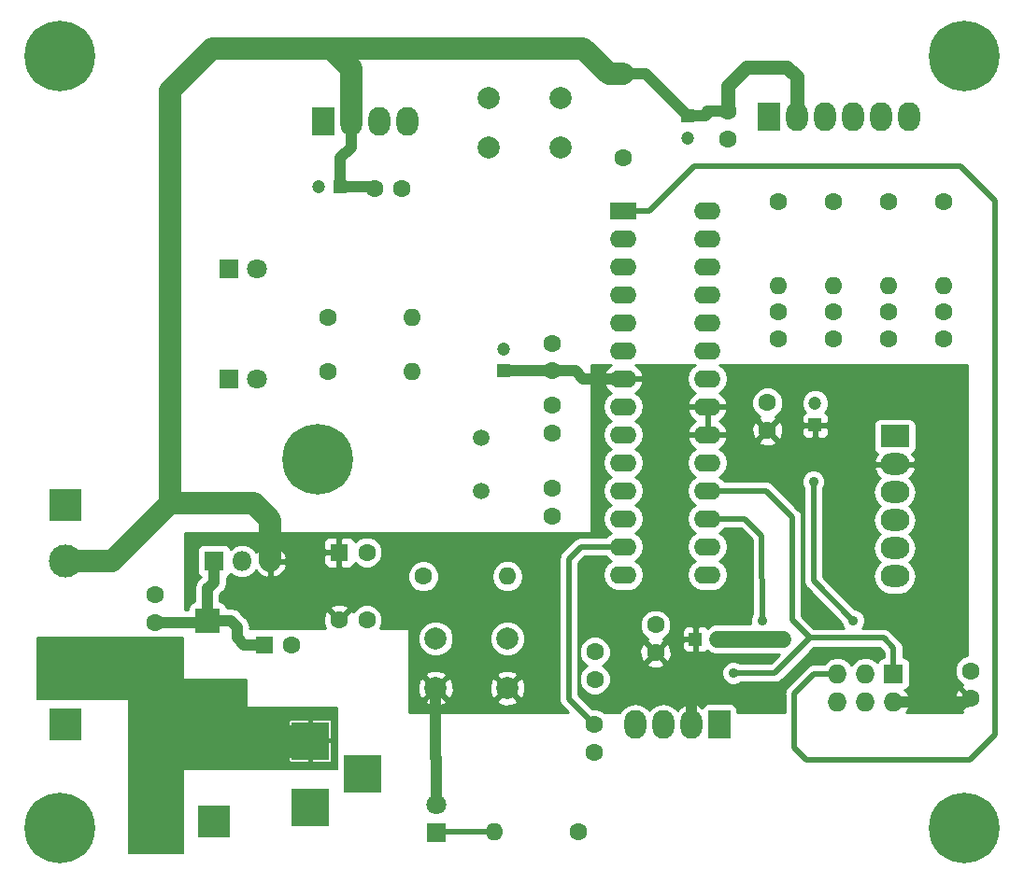
<source format=gbr>
G04 #@! TF.GenerationSoftware,KiCad,Pcbnew,(5.0.0)*
G04 #@! TF.CreationDate,2019-06-02T19:33:40-03:00*
G04 #@! TF.ProjectId,arduino-unoesc,61726475696E6F2D756E6F6573632E6B,0*
G04 #@! TF.SameCoordinates,Original*
G04 #@! TF.FileFunction,Copper,L2,Bot,Signal*
G04 #@! TF.FilePolarity,Positive*
%FSLAX46Y46*%
G04 Gerber Fmt 4.6, Leading zero omitted, Abs format (unit mm)*
G04 Created by KiCad (PCBNEW (5.0.0)) date 06/02/19 19:33:40*
%MOMM*%
%LPD*%
G01*
G04 APERTURE LIST*
G04 #@! TA.AperFunction,ComponentPad*
%ADD10C,6.400000*%
G04 #@! TD*
G04 #@! TA.AperFunction,ComponentPad*
%ADD11C,0.800000*%
G04 #@! TD*
G04 #@! TA.AperFunction,ComponentPad*
%ADD12C,1.600000*%
G04 #@! TD*
G04 #@! TA.AperFunction,ComponentPad*
%ADD13C,1.200000*%
G04 #@! TD*
G04 #@! TA.AperFunction,ComponentPad*
%ADD14R,1.200000X1.200000*%
G04 #@! TD*
G04 #@! TA.AperFunction,ComponentPad*
%ADD15R,1.600000X1.600000*%
G04 #@! TD*
G04 #@! TA.AperFunction,ComponentPad*
%ADD16R,1.800000X1.800000*%
G04 #@! TD*
G04 #@! TA.AperFunction,ComponentPad*
%ADD17C,1.800000*%
G04 #@! TD*
G04 #@! TA.AperFunction,ComponentPad*
%ADD18O,2.200000X2.200000*%
G04 #@! TD*
G04 #@! TA.AperFunction,ComponentPad*
%ADD19R,2.200000X2.200000*%
G04 #@! TD*
G04 #@! TA.AperFunction,ComponentPad*
%ADD20R,2.000000X2.600000*%
G04 #@! TD*
G04 #@! TA.AperFunction,ComponentPad*
%ADD21O,2.000000X2.600000*%
G04 #@! TD*
G04 #@! TA.AperFunction,ComponentPad*
%ADD22O,2.600000X2.000000*%
G04 #@! TD*
G04 #@! TA.AperFunction,ComponentPad*
%ADD23R,2.600000X2.000000*%
G04 #@! TD*
G04 #@! TA.AperFunction,ComponentPad*
%ADD24C,3.000000*%
G04 #@! TD*
G04 #@! TA.AperFunction,ComponentPad*
%ADD25R,3.000000X3.000000*%
G04 #@! TD*
G04 #@! TA.AperFunction,ComponentPad*
%ADD26O,1.727200X1.727200*%
G04 #@! TD*
G04 #@! TA.AperFunction,ComponentPad*
%ADD27R,1.727200X1.727200*%
G04 #@! TD*
G04 #@! TA.AperFunction,ComponentPad*
%ADD28R,3.500000X3.500000*%
G04 #@! TD*
G04 #@! TA.AperFunction,ComponentPad*
%ADD29O,1.600000X1.600000*%
G04 #@! TD*
G04 #@! TA.AperFunction,ComponentPad*
%ADD30C,2.000000*%
G04 #@! TD*
G04 #@! TA.AperFunction,ComponentPad*
%ADD31O,2.400000X1.600000*%
G04 #@! TD*
G04 #@! TA.AperFunction,ComponentPad*
%ADD32R,2.400000X1.600000*%
G04 #@! TD*
G04 #@! TA.AperFunction,ComponentPad*
%ADD33O,1.800000X1.800000*%
G04 #@! TD*
G04 #@! TA.AperFunction,ComponentPad*
%ADD34C,1.500000*%
G04 #@! TD*
G04 #@! TA.AperFunction,ViaPad*
%ADD35C,0.890000*%
G04 #@! TD*
G04 #@! TA.AperFunction,ViaPad*
%ADD36C,0.889000*%
G04 #@! TD*
G04 #@! TA.AperFunction,Conductor*
%ADD37C,1.524000*%
G04 #@! TD*
G04 #@! TA.AperFunction,Conductor*
%ADD38C,2.048000*%
G04 #@! TD*
G04 #@! TA.AperFunction,Conductor*
%ADD39C,1.016000*%
G04 #@! TD*
G04 #@! TA.AperFunction,Conductor*
%ADD40C,1.270000*%
G04 #@! TD*
G04 #@! TA.AperFunction,Conductor*
%ADD41C,0.508000*%
G04 #@! TD*
G04 #@! TA.AperFunction,Conductor*
%ADD42C,3.000000*%
G04 #@! TD*
G04 #@! TA.AperFunction,Conductor*
%ADD43C,0.254000*%
G04 #@! TD*
G04 #@! TA.AperFunction,Conductor*
%ADD44C,0.127000*%
G04 #@! TD*
G04 APERTURE END LIST*
D10*
G04 #@! TO.P,REF\002A\002A,*
G04 #@! TO.N,*
X107340400Y-97612200D03*
D11*
G04 #@! TO.P,REF\002A\002A,1*
G04 #@! TO.N,N/C*
X109740400Y-97612200D03*
X109037456Y-99309256D03*
X107340400Y-100012200D03*
X105643344Y-99309256D03*
X104940400Y-97612200D03*
X105643344Y-95915144D03*
X107340400Y-95212200D03*
X109037456Y-95915144D03*
G04 #@! TD*
G04 #@! TO.P,REF\002A\002A,1*
G04 #@! TO.N,N/C*
X85697056Y-129302944D03*
X84000000Y-128600000D03*
X82302944Y-129302944D03*
X81600000Y-131000000D03*
X82302944Y-132697056D03*
X84000000Y-133400000D03*
X85697056Y-132697056D03*
X86400000Y-131000000D03*
D10*
G04 #@! TO.P,REF\002A\002A,*
G04 #@! TO.N,*
X84000000Y-131000000D03*
G04 #@! TD*
D11*
G04 #@! TO.P,REF\002A\002A,1*
G04 #@! TO.N,N/C*
X167697056Y-129302944D03*
X166000000Y-128600000D03*
X164302944Y-129302944D03*
X163600000Y-131000000D03*
X164302944Y-132697056D03*
X166000000Y-133400000D03*
X167697056Y-132697056D03*
X168400000Y-131000000D03*
D10*
G04 #@! TO.P,REF\002A\002A,*
G04 #@! TO.N,*
X166000000Y-131000000D03*
G04 #@! TD*
D12*
G04 #@! TO.P,C1,1*
G04 #@! TO.N,+5V*
X148132800Y-94945200D03*
G04 #@! TO.P,C1,2*
G04 #@! TO.N,GND*
X148132800Y-92445200D03*
G04 #@! TD*
D13*
G04 #@! TO.P,C2,2*
G04 #@! TO.N,GND*
X152450800Y-92488000D03*
D14*
G04 #@! TO.P,C2,1*
G04 #@! TO.N,+5V*
X152450800Y-94488000D03*
G04 #@! TD*
D12*
G04 #@! TO.P,C3,2*
G04 #@! TO.N,GND*
X164136400Y-86689600D03*
G04 #@! TO.P,C3,1*
G04 #@! TO.N,/REFLECT-1*
X164136400Y-84189600D03*
G04 #@! TD*
G04 #@! TO.P,C4,1*
G04 #@! TO.N,+5V*
X137985500Y-115112800D03*
G04 #@! TO.P,C4,2*
G04 #@! TO.N,GND*
X137985500Y-112612800D03*
G04 #@! TD*
D14*
G04 #@! TO.P,C5,1*
G04 #@! TO.N,+5V*
X141605000Y-113919000D03*
D13*
G04 #@! TO.P,C5,2*
G04 #@! TO.N,GND*
X143605000Y-113919000D03*
G04 #@! TD*
D12*
G04 #@! TO.P,C6,2*
G04 #@! TO.N,GND*
X144576800Y-68540000D03*
G04 #@! TO.P,C6,1*
G04 #@! TO.N,+5V*
X144576800Y-66040000D03*
G04 #@! TD*
D14*
G04 #@! TO.P,C7,1*
G04 #@! TO.N,+5V*
X140919200Y-66446400D03*
D13*
G04 #@! TO.P,C7,2*
G04 #@! TO.N,GND*
X140919200Y-68446400D03*
G04 #@! TD*
D12*
G04 #@! TO.P,C8,1*
G04 #@! TO.N,/REFLECT-2*
X159136400Y-84189600D03*
G04 #@! TO.P,C8,2*
G04 #@! TO.N,GND*
X159136400Y-86689600D03*
G04 #@! TD*
G04 #@! TO.P,C9,1*
G04 #@! TO.N,+5V*
X128625600Y-89560400D03*
G04 #@! TO.P,C9,2*
G04 #@! TO.N,GND*
X128625600Y-87060400D03*
G04 #@! TD*
D13*
G04 #@! TO.P,C10,2*
G04 #@! TO.N,GND*
X124256800Y-87560400D03*
D14*
G04 #@! TO.P,C10,1*
G04 #@! TO.N,+5V*
X124256800Y-89560400D03*
G04 #@! TD*
D12*
G04 #@! TO.P,C11,2*
G04 #@! TO.N,Net-(C11-Pad2)*
X128625600Y-95210000D03*
G04 #@! TO.P,C11,1*
G04 #@! TO.N,GND*
X128625600Y-92710000D03*
G04 #@! TD*
G04 #@! TO.P,C12,2*
G04 #@! TO.N,GND*
X132435600Y-124166000D03*
G04 #@! TO.P,C12,1*
G04 #@! TO.N,/ULTRASONIC-TRIGGER*
X132435600Y-121666000D03*
G04 #@! TD*
G04 #@! TO.P,C13,1*
G04 #@! TO.N,/328P_ICSP_MIS0*
X132486400Y-117551200D03*
G04 #@! TO.P,C13,2*
G04 #@! TO.N,GND*
X132486400Y-115051200D03*
G04 #@! TD*
G04 #@! TO.P,C14,2*
G04 #@! TO.N,Net-(C14-Pad2)*
X128625600Y-100217600D03*
G04 #@! TO.P,C14,1*
G04 #@! TO.N,GND*
X128625600Y-102717600D03*
G04 #@! TD*
G04 #@! TO.P,C15,2*
G04 #@! TO.N,GND*
X154136400Y-86689600D03*
G04 #@! TO.P,C15,1*
G04 #@! TO.N,/REFLECT-3*
X154136400Y-84189600D03*
G04 #@! TD*
G04 #@! TO.P,C16,1*
G04 #@! TO.N,/REFLECT-4*
X149136400Y-84189600D03*
G04 #@! TO.P,C16,2*
G04 #@! TO.N,GND*
X149136400Y-86689600D03*
G04 #@! TD*
G04 #@! TO.P,C17,2*
G04 #@! TO.N,GND*
X115022000Y-72999600D03*
G04 #@! TO.P,C17,1*
G04 #@! TO.N,+5V*
X112522000Y-72999600D03*
G04 #@! TD*
D14*
G04 #@! TO.P,C18,1*
G04 #@! TO.N,+5V*
X109423200Y-72898000D03*
D13*
G04 #@! TO.P,C18,2*
G04 #@! TO.N,GND*
X107423200Y-72898000D03*
G04 #@! TD*
D12*
G04 #@! TO.P,C21,2*
G04 #@! TO.N,GND*
X166522400Y-116778400D03*
G04 #@! TO.P,C21,1*
G04 #@! TO.N,+5V*
X166522400Y-119278400D03*
G04 #@! TD*
G04 #@! TO.P,C22,1*
G04 #@! TO.N,Net-(C22-Pad1)*
X92608400Y-112369600D03*
G04 #@! TO.P,C22,2*
G04 #@! TO.N,GND*
X92608400Y-109869600D03*
G04 #@! TD*
D15*
G04 #@! TO.P,C23,1*
G04 #@! TO.N,Net-(C22-Pad1)*
X102514400Y-114401600D03*
D12*
G04 #@! TO.P,C23,2*
G04 #@! TO.N,GND*
X105014400Y-114401600D03*
G04 #@! TD*
G04 #@! TO.P,C24,2*
G04 #@! TO.N,GND*
X111821600Y-106019600D03*
D15*
G04 #@! TO.P,C24,1*
G04 #@! TO.N,+5V*
X109321600Y-106019600D03*
G04 #@! TD*
D12*
G04 #@! TO.P,C25,2*
G04 #@! TO.N,GND*
X111821600Y-112166400D03*
G04 #@! TO.P,C25,1*
G04 #@! TO.N,+5V*
X109321600Y-112166400D03*
G04 #@! TD*
D16*
G04 #@! TO.P,D1,1*
G04 #@! TO.N,GND*
X99307600Y-90318000D03*
D17*
G04 #@! TO.P,D1,2*
G04 #@! TO.N,Net-(D1-Pad2)*
X101847600Y-90318000D03*
G04 #@! TD*
G04 #@! TO.P,D2,2*
G04 #@! TO.N,Net-(D2-Pad2)*
X101847600Y-80318000D03*
D16*
G04 #@! TO.P,D2,1*
G04 #@! TO.N,GND*
X99307600Y-80318000D03*
G04 #@! TD*
D18*
G04 #@! TO.P,D3,2*
G04 #@! TO.N,Net-(D3-Pad2)*
X97383600Y-119837200D03*
D19*
G04 #@! TO.P,D3,1*
G04 #@! TO.N,Net-(C22-Pad1)*
X97383600Y-112217200D03*
G04 #@! TD*
D17*
G04 #@! TO.P,D4,2*
G04 #@! TO.N,+5V*
X118110000Y-128879600D03*
D16*
G04 #@! TO.P,D4,1*
G04 #@! TO.N,Net-(D4-Pad1)*
X118110000Y-131419600D03*
G04 #@! TD*
D20*
G04 #@! TO.P,J1,1*
G04 #@! TO.N,GND*
X143764000Y-121666000D03*
D21*
G04 #@! TO.P,J1,2*
G04 #@! TO.N,+5V*
X141224000Y-121666000D03*
G04 #@! TO.P,J1,3*
G04 #@! TO.N,/328P_ICSP_MIS0*
X138684000Y-121666000D03*
G04 #@! TO.P,J1,4*
G04 #@! TO.N,/ULTRASONIC-TRIGGER*
X136144000Y-121666000D03*
G04 #@! TD*
D20*
G04 #@! TO.P,J2,1*
G04 #@! TO.N,GND*
X148234400Y-66548000D03*
D21*
G04 #@! TO.P,J2,2*
G04 #@! TO.N,+5V*
X150774400Y-66548000D03*
G04 #@! TO.P,J2,3*
G04 #@! TO.N,/REFLECT-4IN*
X153314400Y-66548000D03*
G04 #@! TO.P,J2,4*
G04 #@! TO.N,/REFLECT-3IN*
X155854400Y-66548000D03*
G04 #@! TO.P,J2,5*
G04 #@! TO.N,/REFLECT-2IN*
X158394400Y-66548000D03*
G04 #@! TO.P,J2,6*
G04 #@! TO.N,/REFLECT-1IN*
X160934400Y-66548000D03*
G04 #@! TD*
G04 #@! TO.P,J3,4*
G04 #@! TO.N,/UART_RX*
X115468400Y-66954400D03*
G04 #@! TO.P,J3,3*
G04 #@! TO.N,/UART_TX*
X112928400Y-66954400D03*
G04 #@! TO.P,J3,2*
G04 #@! TO.N,+5V*
X110388400Y-66954400D03*
D20*
G04 #@! TO.P,J3,1*
G04 #@! TO.N,GND*
X107848400Y-66954400D03*
G04 #@! TD*
D22*
G04 #@! TO.P,J4,6*
G04 #@! TO.N,/PWM-1*
X159664400Y-108204000D03*
G04 #@! TO.P,J4,5*
G04 #@! TO.N,/PWM-2*
X159664400Y-105664000D03*
G04 #@! TO.P,J4,4*
G04 #@! TO.N,/328P_ICSP_MOSI*
X159664400Y-103124000D03*
G04 #@! TO.P,J4,3*
G04 #@! TO.N,/PWM-4*
X159664400Y-100584000D03*
G04 #@! TO.P,J4,2*
G04 #@! TO.N,+5V*
X159664400Y-98044000D03*
D23*
G04 #@! TO.P,J4,1*
G04 #@! TO.N,GND*
X159664400Y-95504000D03*
G04 #@! TD*
D24*
G04 #@! TO.P,J5,2*
G04 #@! TO.N,Net-(D3-Pad2)*
X84500000Y-116535200D03*
D25*
G04 #@! TO.P,J5,1*
G04 #@! TO.N,GND*
X84500000Y-121615200D03*
G04 #@! TD*
D26*
G04 #@! TO.P,J6,6*
G04 #@! TO.N,GND*
X154482800Y-119583200D03*
G04 #@! TO.P,J6,5*
G04 #@! TO.N,/328P_ICSP_RESET*
X154482800Y-117043200D03*
G04 #@! TO.P,J6,4*
G04 #@! TO.N,/328P_ICSP_MOSI*
X157022800Y-119583200D03*
G04 #@! TO.P,J6,3*
G04 #@! TO.N,/328P_ICSP_SCK*
X157022800Y-117043200D03*
G04 #@! TO.P,J6,2*
G04 #@! TO.N,+5V*
X159562800Y-119583200D03*
D27*
G04 #@! TO.P,J6,1*
G04 #@! TO.N,/328P_ICSP_MIS0*
X159562800Y-117043200D03*
G04 #@! TD*
D28*
G04 #@! TO.P,J8,3*
G04 #@! TO.N,GND*
X111430800Y-126139200D03*
G04 #@! TO.P,J8,2*
X106730800Y-129139200D03*
G04 #@! TO.P,J8,1*
G04 #@! TO.N,Net-(D3-Pad2)*
X106730800Y-123139200D03*
G04 #@! TD*
D29*
G04 #@! TO.P,R1,2*
G04 #@! TO.N,/REFLECT-1*
X164136400Y-81809600D03*
D12*
G04 #@! TO.P,R1,1*
G04 #@! TO.N,/REFLECT-1IN*
X164136400Y-74189600D03*
G04 #@! TD*
G04 #@! TO.P,R2,1*
G04 #@! TO.N,/REFLECT-2IN*
X159136400Y-74189600D03*
D29*
G04 #@! TO.P,R2,2*
G04 #@! TO.N,/REFLECT-2*
X159136400Y-81809600D03*
G04 #@! TD*
D12*
G04 #@! TO.P,R3,1*
G04 #@! TO.N,/REFLECT-3IN*
X154136400Y-74189600D03*
D29*
G04 #@! TO.P,R3,2*
G04 #@! TO.N,/REFLECT-3*
X154136400Y-81809600D03*
G04 #@! TD*
G04 #@! TO.P,R4,2*
G04 #@! TO.N,+5V*
X135077200Y-62636400D03*
D12*
G04 #@! TO.P,R4,1*
G04 #@! TO.N,/328P_ICSP_RESET*
X135077200Y-70256400D03*
G04 #@! TD*
D29*
G04 #@! TO.P,R5,2*
G04 #@! TO.N,/REFLECT-4*
X149136400Y-81809600D03*
D12*
G04 #@! TO.P,R5,1*
G04 #@! TO.N,/REFLECT-4IN*
X149136400Y-74189600D03*
G04 #@! TD*
G04 #@! TO.P,R6,1*
G04 #@! TO.N,Net-(D1-Pad2)*
X108307600Y-89662000D03*
D29*
G04 #@! TO.P,R6,2*
G04 #@! TO.N,Net-(R6-Pad2)*
X115927600Y-89662000D03*
G04 #@! TD*
D12*
G04 #@! TO.P,R7,1*
G04 #@! TO.N,GND*
X116941600Y-108204000D03*
D29*
G04 #@! TO.P,R7,2*
G04 #@! TO.N,/START*
X124561600Y-108204000D03*
G04 #@! TD*
G04 #@! TO.P,R8,2*
G04 #@! TO.N,/INIT*
X115927600Y-84734400D03*
D12*
G04 #@! TO.P,R8,1*
G04 #@! TO.N,Net-(D2-Pad2)*
X108307600Y-84734400D03*
G04 #@! TD*
D29*
G04 #@! TO.P,R9,2*
G04 #@! TO.N,Net-(D4-Pad1)*
X123393200Y-131368800D03*
D12*
G04 #@! TO.P,R9,1*
G04 #@! TO.N,GND*
X131013200Y-131368800D03*
G04 #@! TD*
D30*
G04 #@! TO.P,SW1,1*
G04 #@! TO.N,/328P_ICSP_RESET*
X122887600Y-69291200D03*
G04 #@! TO.P,SW1,2*
G04 #@! TO.N,GND*
X122887600Y-64791200D03*
G04 #@! TO.P,SW1,1*
G04 #@! TO.N,/328P_ICSP_RESET*
X129387600Y-69291200D03*
G04 #@! TO.P,SW1,2*
G04 #@! TO.N,GND*
X129387600Y-64791200D03*
G04 #@! TD*
G04 #@! TO.P,SW2,2*
G04 #@! TO.N,+5V*
X118059200Y-118342800D03*
G04 #@! TO.P,SW2,1*
G04 #@! TO.N,/START*
X118059200Y-113842800D03*
G04 #@! TO.P,SW2,2*
G04 #@! TO.N,+5V*
X124559200Y-118342800D03*
G04 #@! TO.P,SW2,1*
G04 #@! TO.N,/START*
X124559200Y-113842800D03*
G04 #@! TD*
D31*
G04 #@! TO.P,U1,28*
G04 #@! TO.N,Net-(U1-Pad28)*
X142697200Y-75031600D03*
G04 #@! TO.P,U1,14*
G04 #@! TO.N,/START*
X135077200Y-108051600D03*
G04 #@! TO.P,U1,27*
G04 #@! TO.N,Net-(U1-Pad27)*
X142697200Y-77571600D03*
G04 #@! TO.P,U1,13*
G04 #@! TO.N,/ULTRASONIC-TRIGGER*
X135077200Y-105511600D03*
G04 #@! TO.P,U1,26*
G04 #@! TO.N,/REFLECT-3*
X142697200Y-80111600D03*
G04 #@! TO.P,U1,12*
G04 #@! TO.N,Net-(U1-Pad12)*
X135077200Y-102971600D03*
G04 #@! TO.P,U1,25*
G04 #@! TO.N,/REFLECT-4*
X142697200Y-82651600D03*
G04 #@! TO.P,U1,11*
G04 #@! TO.N,/PWM-4*
X135077200Y-100431600D03*
G04 #@! TO.P,U1,24*
G04 #@! TO.N,/REFLECT-2*
X142697200Y-85191600D03*
G04 #@! TO.P,U1,10*
G04 #@! TO.N,Net-(C14-Pad2)*
X135077200Y-97891600D03*
G04 #@! TO.P,U1,23*
G04 #@! TO.N,/REFLECT-1*
X142697200Y-87731600D03*
G04 #@! TO.P,U1,9*
G04 #@! TO.N,Net-(C11-Pad2)*
X135077200Y-95351600D03*
G04 #@! TO.P,U1,22*
G04 #@! TO.N,GND*
X142697200Y-90271600D03*
G04 #@! TO.P,U1,8*
X135077200Y-92811600D03*
G04 #@! TO.P,U1,21*
G04 #@! TO.N,+5V*
X142697200Y-92811600D03*
G04 #@! TO.P,U1,7*
X135077200Y-90271600D03*
G04 #@! TO.P,U1,20*
X142697200Y-95351600D03*
G04 #@! TO.P,U1,6*
G04 #@! TO.N,Net-(U1-Pad6)*
X135077200Y-87731600D03*
G04 #@! TO.P,U1,19*
G04 #@! TO.N,/328P_ICSP_SCK*
X142697200Y-97891600D03*
G04 #@! TO.P,U1,5*
G04 #@! TO.N,Net-(R6-Pad2)*
X135077200Y-85191600D03*
G04 #@! TO.P,U1,18*
G04 #@! TO.N,/328P_ICSP_MIS0*
X142697200Y-100431600D03*
G04 #@! TO.P,U1,4*
G04 #@! TO.N,/INIT*
X135077200Y-82651600D03*
G04 #@! TO.P,U1,17*
G04 #@! TO.N,/328P_ICSP_MOSI*
X142697200Y-102971600D03*
G04 #@! TO.P,U1,3*
G04 #@! TO.N,/UART_TX*
X135077200Y-80111600D03*
G04 #@! TO.P,U1,16*
G04 #@! TO.N,/PWM-2*
X142697200Y-105511600D03*
G04 #@! TO.P,U1,2*
G04 #@! TO.N,/UART_RX*
X135077200Y-77571600D03*
G04 #@! TO.P,U1,15*
G04 #@! TO.N,/PWM-1*
X142697200Y-108051600D03*
D32*
G04 #@! TO.P,U1,1*
G04 #@! TO.N,/328P_ICSP_RESET*
X135077200Y-75031600D03*
G04 #@! TD*
D33*
G04 #@! TO.P,U2,3*
G04 #@! TO.N,+5V*
X103073200Y-106832400D03*
G04 #@! TO.P,U2,2*
G04 #@! TO.N,GND*
X100533200Y-106832400D03*
D16*
G04 #@! TO.P,U2,1*
G04 #@! TO.N,Net-(C22-Pad1)*
X97993200Y-106832400D03*
G04 #@! TD*
D34*
G04 #@! TO.P,Y1,2*
G04 #@! TO.N,Net-(C11-Pad2)*
X122174000Y-95602400D03*
G04 #@! TO.P,Y1,1*
G04 #@! TO.N,Net-(C14-Pad2)*
X122174000Y-100482400D03*
G04 #@! TD*
D24*
G04 #@! TO.P,J7,2*
G04 #@! TO.N,Net-(D3-Pad2)*
X92862400Y-130454400D03*
D25*
G04 #@! TO.P,J7,1*
G04 #@! TO.N,GND*
X97942400Y-130454400D03*
G04 #@! TD*
D10*
G04 #@! TO.P,REF\002A\002A,*
G04 #@! TO.N,*
X84000000Y-61000000D03*
D11*
G04 #@! TO.P,REF\002A\002A,1*
G04 #@! TO.N,N/C*
X86400000Y-61000000D03*
X85697056Y-62697056D03*
X84000000Y-63400000D03*
X82302944Y-62697056D03*
X81600000Y-61000000D03*
X82302944Y-59302944D03*
X84000000Y-58600000D03*
X85697056Y-59302944D03*
G04 #@! TD*
D10*
G04 #@! TO.P,REF\002A\002A,*
G04 #@! TO.N,*
X166000000Y-61000000D03*
D11*
G04 #@! TO.P,REF\002A\002A,1*
G04 #@! TO.N,N/C*
X168400000Y-61000000D03*
X167697056Y-62697056D03*
X166000000Y-63400000D03*
X164302944Y-62697056D03*
X163600000Y-61000000D03*
X164302944Y-59302944D03*
X166000000Y-58600000D03*
X167697056Y-59302944D03*
G04 #@! TD*
D24*
G04 #@! TO.P,J9,2*
G04 #@! TO.N,+5V*
X84500000Y-106832400D03*
D25*
G04 #@! TO.P,J9,1*
G04 #@! TO.N,GND*
X84500000Y-101752400D03*
G04 #@! TD*
D35*
G04 #@! TO.N,GND*
X149555200Y-113893600D03*
G04 #@! TO.N,/328P_ICSP_MIS0*
X145034000Y-116967000D03*
D36*
G04 #@! TO.N,/328P_ICSP_MOSI*
X147637500Y-112204500D03*
G04 #@! TO.N,/328P_ICSP_SCK*
X152298400Y-99618800D03*
X155892500Y-112204500D03*
G04 #@! TD*
D37*
G04 #@! TO.N,GND*
X143605000Y-113919000D02*
X149529800Y-113919000D01*
X149529800Y-113919000D02*
X149555200Y-113893600D01*
D38*
G04 #@! TO.N,+5V*
X88747600Y-106832400D02*
X84632800Y-106832400D01*
X93980000Y-101600000D02*
X88747600Y-106832400D01*
X93980000Y-101600000D02*
X93980000Y-64135000D01*
X93980000Y-64135000D02*
X97790000Y-60325000D01*
X97790000Y-60325000D02*
X108585000Y-60325000D01*
X110388400Y-62128400D02*
X110388400Y-66954400D01*
X108585000Y-60325000D02*
X110388400Y-62128400D01*
X135077200Y-62636400D02*
X133756400Y-62636400D01*
X133756400Y-62636400D02*
X131445000Y-60325000D01*
X108585000Y-60325000D02*
X131445000Y-60325000D01*
D39*
X137109200Y-62636400D02*
X140919200Y-66446400D01*
X135077200Y-62636400D02*
X137109200Y-62636400D01*
X109423200Y-70235600D02*
X109423200Y-72898000D01*
X110388400Y-66954400D02*
X110388400Y-69270400D01*
X110388400Y-69270400D02*
X109423200Y-70235600D01*
X112420400Y-72898000D02*
X112522000Y-72999600D01*
X109423200Y-72898000D02*
X112420400Y-72898000D01*
X135077200Y-90271600D02*
X131419600Y-90271600D01*
X130708400Y-89560400D02*
X128625600Y-89560400D01*
X131419600Y-90271600D02*
X130708400Y-89560400D01*
X128625600Y-89560400D02*
X124256800Y-89560400D01*
X141224000Y-121666000D02*
X141224000Y-119380000D01*
X166217600Y-119583200D02*
X166522400Y-119278400D01*
X159562800Y-119583200D02*
X166217600Y-119583200D01*
X118059200Y-118342800D02*
X118059200Y-124663200D01*
X118110000Y-124714000D02*
X118110000Y-128879600D01*
X118059200Y-124663200D02*
X118110000Y-124714000D01*
D38*
X93980000Y-101600000D02*
X101600000Y-101600000D01*
X103073200Y-103073200D02*
X103073200Y-106832400D01*
X101600000Y-101600000D02*
X103073200Y-103073200D01*
D40*
X150774400Y-66548000D02*
X150774400Y-62890400D01*
X150774400Y-62890400D02*
X149910800Y-62026800D01*
X149910800Y-62026800D02*
X146278600Y-62026800D01*
X144576800Y-63728600D02*
X144576800Y-66040000D01*
X146278600Y-62026800D02*
X144576800Y-63728600D01*
D39*
X144576800Y-66040000D02*
X142722600Y-66040000D01*
X142535200Y-66446400D02*
X140919200Y-66446400D01*
X142722600Y-66259000D02*
X142535200Y-66446400D01*
X142722600Y-66040000D02*
X142722600Y-66259000D01*
D41*
G04 #@! TO.N,/328P_ICSP_MIS0*
X142697200Y-100431600D02*
X147980400Y-100431600D01*
X147980400Y-100431600D02*
X150368000Y-102819200D01*
X150368000Y-102819200D02*
X150368000Y-112166400D01*
X150368000Y-112166400D02*
X151993600Y-113792000D01*
X151993600Y-113792000D02*
X158648400Y-113792000D01*
X159562800Y-114706400D02*
X159562800Y-117043200D01*
X158648400Y-113792000D02*
X159562800Y-114706400D01*
X148818600Y-116967000D02*
X151993600Y-113792000D01*
X145034000Y-116967000D02*
X148818600Y-116967000D01*
G04 #@! TO.N,/ULTRASONIC-TRIGGER*
X131635601Y-120866001D02*
X131635601Y-120840601D01*
X132435600Y-121666000D02*
X131635601Y-120866001D01*
X131635601Y-120840601D02*
X130111500Y-119316500D01*
X130111500Y-119316500D02*
X130111500Y-106616500D01*
X131216400Y-105511600D02*
X135077200Y-105511600D01*
X130111500Y-106616500D02*
X131216400Y-105511600D01*
D39*
G04 #@! TO.N,Net-(C22-Pad1)*
X97383600Y-112217200D02*
X97383600Y-109270800D01*
X97993200Y-108748400D02*
X97993200Y-106832400D01*
X97470800Y-109270800D02*
X97993200Y-108748400D01*
X97383600Y-109270800D02*
X97470800Y-109270800D01*
X97231200Y-112369600D02*
X97383600Y-112217200D01*
X92608400Y-112369600D02*
X97231200Y-112369600D01*
X100698400Y-114401600D02*
X100076000Y-113779200D01*
X102514400Y-114401600D02*
X100698400Y-114401600D01*
X99499600Y-112217200D02*
X97383600Y-112217200D01*
X100076000Y-112793600D02*
X99499600Y-112217200D01*
X100076000Y-113779200D02*
X100076000Y-112793600D01*
D41*
G04 #@! TO.N,Net-(D4-Pad1)*
X118160800Y-131368800D02*
X118110000Y-131419600D01*
X123393200Y-131368800D02*
X118160800Y-131368800D01*
G04 #@! TO.N,/328P_ICSP_MOSI*
X147624800Y-104495600D02*
X146100800Y-102971600D01*
X146100800Y-102971600D02*
X142697200Y-102971600D01*
X147637500Y-112204500D02*
X147624800Y-104495600D01*
D42*
G04 #@! TO.N,Net-(D3-Pad2)*
X84378800Y-116535200D02*
X87299800Y-116535200D01*
X96283601Y-120937199D02*
X96172199Y-120937199D01*
X97383600Y-119837200D02*
X96283601Y-120937199D01*
X106730800Y-123139200D02*
X103555800Y-123139200D01*
X92862400Y-128333080D02*
X92799320Y-128270000D01*
X92862400Y-130454400D02*
X92862400Y-128333080D01*
X84023200Y-116890800D02*
X84378800Y-116535200D01*
X83540600Y-116890800D02*
X84023200Y-116890800D01*
X92862400Y-130454400D02*
X92862400Y-130683000D01*
D38*
X92862400Y-130454400D02*
X91643200Y-130454400D01*
X92862400Y-130454400D02*
X94259400Y-130454400D01*
X106730800Y-123139200D02*
X106730800Y-122504200D01*
X106730800Y-123139200D02*
X106730800Y-122783600D01*
X106730800Y-123139200D02*
X106730800Y-122859800D01*
X84378800Y-116535200D02*
X84378800Y-115265200D01*
D41*
G04 #@! TO.N,/328P_ICSP_RESET*
X135077200Y-75031600D02*
X135477200Y-75031600D01*
X137439400Y-75031600D02*
X135077200Y-75031600D01*
X141503400Y-70967600D02*
X137439400Y-75031600D01*
X165633400Y-70967600D02*
X141503400Y-70967600D01*
X168783000Y-74117200D02*
X165633400Y-70967600D01*
X168783000Y-122555000D02*
X168783000Y-74117200D01*
X152349200Y-117043200D02*
X150571200Y-118821200D01*
X150571200Y-118821200D02*
X150571200Y-123774200D01*
X150571200Y-123774200D02*
X151688800Y-124891800D01*
X151688800Y-124891800D02*
X166446200Y-124891800D01*
X166446200Y-124891800D02*
X168783000Y-122555000D01*
X154482800Y-117043200D02*
X152349200Y-117043200D01*
G04 #@! TO.N,/328P_ICSP_SCK*
X152298400Y-108610400D02*
X152298400Y-99618800D01*
X155892500Y-112204500D02*
X152298400Y-108610400D01*
G04 #@! TD*
D43*
G04 #@! TO.N,+5V*
G36*
X133572700Y-89346704D02*
X133302833Y-89839781D01*
X133285296Y-89922561D01*
X133407285Y-90144600D01*
X134950200Y-90144600D01*
X134950200Y-90124600D01*
X135204200Y-90124600D01*
X135204200Y-90144600D01*
X136747115Y-90144600D01*
X136869104Y-89922561D01*
X136851567Y-89839781D01*
X136581700Y-89346704D01*
X136184176Y-89027000D01*
X141576944Y-89027000D01*
X141262623Y-89237023D01*
X140945460Y-89711691D01*
X140834087Y-90271600D01*
X140945460Y-90831509D01*
X141262623Y-91306177D01*
X141618699Y-91544099D01*
X141192700Y-91886704D01*
X140922833Y-92379781D01*
X140905296Y-92462561D01*
X141027285Y-92684600D01*
X142570200Y-92684600D01*
X142570200Y-92664600D01*
X142824200Y-92664600D01*
X142824200Y-92684600D01*
X144367115Y-92684600D01*
X144489104Y-92462561D01*
X144471567Y-92379781D01*
X144351148Y-92159761D01*
X146697800Y-92159761D01*
X146697800Y-92730639D01*
X146916266Y-93258062D01*
X147319938Y-93661734D01*
X147385099Y-93688725D01*
X147378795Y-93691336D01*
X147304661Y-93937455D01*
X148132800Y-94765595D01*
X148960939Y-93937455D01*
X148886805Y-93691336D01*
X148880054Y-93688910D01*
X148945662Y-93661734D01*
X149349334Y-93258062D01*
X149567800Y-92730639D01*
X149567800Y-92242343D01*
X151215800Y-92242343D01*
X151215800Y-92733657D01*
X151403818Y-93187571D01*
X151544006Y-93327759D01*
X151491101Y-93349673D01*
X151312473Y-93528302D01*
X151215800Y-93761691D01*
X151215800Y-94202250D01*
X151374550Y-94361000D01*
X152323800Y-94361000D01*
X152323800Y-94341000D01*
X152577800Y-94341000D01*
X152577800Y-94361000D01*
X153527050Y-94361000D01*
X153685800Y-94202250D01*
X153685800Y-93761691D01*
X153589127Y-93528302D01*
X153410499Y-93349673D01*
X153357594Y-93327759D01*
X153497782Y-93187571D01*
X153685800Y-92733657D01*
X153685800Y-92242343D01*
X153497782Y-91788429D01*
X153150371Y-91441018D01*
X152696457Y-91253000D01*
X152205143Y-91253000D01*
X151751229Y-91441018D01*
X151403818Y-91788429D01*
X151215800Y-92242343D01*
X149567800Y-92242343D01*
X149567800Y-92159761D01*
X149349334Y-91632338D01*
X148945662Y-91228666D01*
X148418239Y-91010200D01*
X147847361Y-91010200D01*
X147319938Y-91228666D01*
X146916266Y-91632338D01*
X146697800Y-92159761D01*
X144351148Y-92159761D01*
X144201700Y-91886704D01*
X143775701Y-91544099D01*
X144131777Y-91306177D01*
X144448940Y-90831509D01*
X144560313Y-90271600D01*
X144448940Y-89711691D01*
X144131777Y-89237023D01*
X143817456Y-89027000D01*
X166243000Y-89027000D01*
X166243000Y-115343400D01*
X166236961Y-115343400D01*
X165709538Y-115561866D01*
X165305866Y-115965538D01*
X165087400Y-116492961D01*
X165087400Y-117063839D01*
X165305866Y-117591262D01*
X165709538Y-117994934D01*
X165774699Y-118021925D01*
X165768395Y-118024536D01*
X165694261Y-118270655D01*
X166243000Y-118819395D01*
X166243000Y-119178605D01*
X165514655Y-118450261D01*
X165268536Y-118524395D01*
X165075435Y-119061623D01*
X165102622Y-119631854D01*
X165268536Y-120032405D01*
X165514655Y-120106539D01*
X166243000Y-119378195D01*
X166243000Y-119737405D01*
X165694261Y-120286145D01*
X165765605Y-120523000D01*
X160713407Y-120523000D01*
X160769621Y-120471690D01*
X161017768Y-119942227D01*
X160897269Y-119710200D01*
X159689800Y-119710200D01*
X159689800Y-119730200D01*
X159435800Y-119730200D01*
X159435800Y-119710200D01*
X159415800Y-119710200D01*
X159415800Y-119456200D01*
X159435800Y-119456200D01*
X159435800Y-119436200D01*
X159689800Y-119436200D01*
X159689800Y-119456200D01*
X160897269Y-119456200D01*
X161017768Y-119224173D01*
X160769621Y-118694710D01*
X160581850Y-118523319D01*
X160674165Y-118504957D01*
X160884209Y-118364609D01*
X161024557Y-118154565D01*
X161073840Y-117906800D01*
X161073840Y-116179600D01*
X161024557Y-115931835D01*
X160884209Y-115721791D01*
X160674165Y-115581443D01*
X160451800Y-115537212D01*
X160451800Y-114793955D01*
X160469216Y-114706400D01*
X160451800Y-114618844D01*
X160400219Y-114359530D01*
X160203733Y-114065467D01*
X160129507Y-114015871D01*
X159338931Y-113225296D01*
X159289333Y-113151067D01*
X158995270Y-112954581D01*
X158735956Y-112903000D01*
X158735955Y-112903000D01*
X158648400Y-112885584D01*
X158560845Y-112903000D01*
X156720644Y-112903000D01*
X156807656Y-112815988D01*
X156972000Y-112419226D01*
X156972000Y-111989774D01*
X156807656Y-111593012D01*
X156503988Y-111289344D01*
X156107226Y-111125000D01*
X156070236Y-111125000D01*
X153187400Y-108242165D01*
X153187400Y-100584000D01*
X157697369Y-100584000D01*
X157824264Y-101221945D01*
X158185631Y-101762769D01*
X158322168Y-101854000D01*
X158185631Y-101945231D01*
X157824264Y-102486055D01*
X157697369Y-103124000D01*
X157824264Y-103761945D01*
X158185631Y-104302769D01*
X158322168Y-104394000D01*
X158185631Y-104485231D01*
X157824264Y-105026055D01*
X157697369Y-105664000D01*
X157824264Y-106301945D01*
X158185631Y-106842769D01*
X158322168Y-106934000D01*
X158185631Y-107025231D01*
X157824264Y-107566055D01*
X157697369Y-108204000D01*
X157824264Y-108841945D01*
X158185631Y-109382769D01*
X158726455Y-109744136D01*
X159203369Y-109839000D01*
X160125431Y-109839000D01*
X160602345Y-109744136D01*
X161143169Y-109382769D01*
X161504536Y-108841945D01*
X161631431Y-108204000D01*
X161504536Y-107566055D01*
X161143169Y-107025231D01*
X161006632Y-106934000D01*
X161143169Y-106842769D01*
X161504536Y-106301945D01*
X161631431Y-105664000D01*
X161504536Y-105026055D01*
X161143169Y-104485231D01*
X161006632Y-104394000D01*
X161143169Y-104302769D01*
X161504536Y-103761945D01*
X161631431Y-103124000D01*
X161504536Y-102486055D01*
X161143169Y-101945231D01*
X161006632Y-101854000D01*
X161143169Y-101762769D01*
X161504536Y-101221945D01*
X161631431Y-100584000D01*
X161504536Y-99946055D01*
X161143169Y-99405231D01*
X160976771Y-99294048D01*
X161210322Y-99110317D01*
X161523544Y-98552355D01*
X161554524Y-98424434D01*
X161435177Y-98171000D01*
X159791400Y-98171000D01*
X159791400Y-98191000D01*
X159537400Y-98191000D01*
X159537400Y-98171000D01*
X157893623Y-98171000D01*
X157774276Y-98424434D01*
X157805256Y-98552355D01*
X158118478Y-99110317D01*
X158352029Y-99294048D01*
X158185631Y-99405231D01*
X157824264Y-99946055D01*
X157697369Y-100584000D01*
X153187400Y-100584000D01*
X153187400Y-100256444D01*
X153213556Y-100230288D01*
X153377900Y-99833526D01*
X153377900Y-99404074D01*
X153213556Y-99007312D01*
X152909888Y-98703644D01*
X152513126Y-98539300D01*
X152083674Y-98539300D01*
X151686912Y-98703644D01*
X151383244Y-99007312D01*
X151218900Y-99404074D01*
X151218900Y-99833526D01*
X151383244Y-100230288D01*
X151409401Y-100256445D01*
X151409400Y-108522845D01*
X151391984Y-108610400D01*
X151409400Y-108697955D01*
X151460981Y-108957269D01*
X151657467Y-109251333D01*
X151731696Y-109300931D01*
X154813000Y-112382236D01*
X154813000Y-112419226D01*
X154977344Y-112815988D01*
X155064356Y-112903000D01*
X152361836Y-112903000D01*
X151257000Y-111798165D01*
X151257000Y-102906750D01*
X151274415Y-102819199D01*
X151257000Y-102731648D01*
X151257000Y-102731644D01*
X151205419Y-102472330D01*
X151008933Y-102178267D01*
X150934707Y-102128671D01*
X148670931Y-99864896D01*
X148621333Y-99790667D01*
X148327270Y-99594181D01*
X148067956Y-99542600D01*
X148067955Y-99542600D01*
X147980400Y-99525184D01*
X147892845Y-99542600D01*
X144229048Y-99542600D01*
X144131777Y-99397023D01*
X143779442Y-99161600D01*
X144131777Y-98926177D01*
X144448940Y-98451509D01*
X144560313Y-97891600D01*
X144448940Y-97331691D01*
X144131777Y-96857023D01*
X143775701Y-96619101D01*
X144201700Y-96276496D01*
X144378783Y-95952945D01*
X147304661Y-95952945D01*
X147378795Y-96199064D01*
X147916023Y-96392165D01*
X148486254Y-96364978D01*
X148886805Y-96199064D01*
X148960939Y-95952945D01*
X148132800Y-95124805D01*
X147304661Y-95952945D01*
X144378783Y-95952945D01*
X144471567Y-95783419D01*
X144489104Y-95700639D01*
X144367115Y-95478600D01*
X142824200Y-95478600D01*
X142824200Y-95498600D01*
X142570200Y-95498600D01*
X142570200Y-95478600D01*
X141027285Y-95478600D01*
X140905296Y-95700639D01*
X140922833Y-95783419D01*
X141192700Y-96276496D01*
X141618699Y-96619101D01*
X141262623Y-96857023D01*
X140945460Y-97331691D01*
X140834087Y-97891600D01*
X140945460Y-98451509D01*
X141262623Y-98926177D01*
X141614958Y-99161600D01*
X141262623Y-99397023D01*
X140945460Y-99871691D01*
X140834087Y-100431600D01*
X140945460Y-100991509D01*
X141262623Y-101466177D01*
X141614958Y-101701600D01*
X141262623Y-101937023D01*
X140945460Y-102411691D01*
X140834087Y-102971600D01*
X140945460Y-103531509D01*
X141262623Y-104006177D01*
X141614958Y-104241600D01*
X141262623Y-104477023D01*
X140945460Y-104951691D01*
X140834087Y-105511600D01*
X140945460Y-106071509D01*
X141262623Y-106546177D01*
X141614958Y-106781600D01*
X141262623Y-107017023D01*
X140945460Y-107491691D01*
X140834087Y-108051600D01*
X140945460Y-108611509D01*
X141262623Y-109086177D01*
X141737291Y-109403340D01*
X142155867Y-109486600D01*
X143238533Y-109486600D01*
X143657109Y-109403340D01*
X144131777Y-109086177D01*
X144448940Y-108611509D01*
X144560313Y-108051600D01*
X144448940Y-107491691D01*
X144131777Y-107017023D01*
X143779442Y-106781600D01*
X144131777Y-106546177D01*
X144448940Y-106071509D01*
X144560313Y-105511600D01*
X144448940Y-104951691D01*
X144131777Y-104477023D01*
X143779442Y-104241600D01*
X144131777Y-104006177D01*
X144229048Y-103860600D01*
X145732565Y-103860600D01*
X146736407Y-104864442D01*
X146747451Y-111567905D01*
X146722344Y-111593012D01*
X146558000Y-111989774D01*
X146558000Y-112419226D01*
X146600570Y-112522000D01*
X143467412Y-112522000D01*
X143059918Y-112603056D01*
X142656582Y-112872556D01*
X142564698Y-112780673D01*
X142331309Y-112684000D01*
X141890750Y-112684000D01*
X141732000Y-112842750D01*
X141732000Y-113792000D01*
X141752000Y-113792000D01*
X141752000Y-114046000D01*
X141732000Y-114046000D01*
X141732000Y-114995250D01*
X141890750Y-115154000D01*
X142331309Y-115154000D01*
X142564698Y-115057327D01*
X142656582Y-114965444D01*
X143059918Y-115234944D01*
X143467412Y-115316000D01*
X149212365Y-115316000D01*
X148450365Y-116078000D01*
X145672350Y-116078000D01*
X145645771Y-116051421D01*
X145248825Y-115887000D01*
X144819175Y-115887000D01*
X144422229Y-116051421D01*
X144118421Y-116355229D01*
X143954000Y-116752175D01*
X143954000Y-117181825D01*
X144118421Y-117578771D01*
X144422229Y-117882579D01*
X144819175Y-118047000D01*
X145248825Y-118047000D01*
X145645771Y-117882579D01*
X145672350Y-117856000D01*
X148731045Y-117856000D01*
X148818600Y-117873416D01*
X148906155Y-117856000D01*
X148906156Y-117856000D01*
X149165470Y-117804419D01*
X149459533Y-117607933D01*
X149509131Y-117533704D01*
X152361836Y-114681000D01*
X158280165Y-114681000D01*
X158673800Y-115074636D01*
X158673800Y-115537212D01*
X158451435Y-115581443D01*
X158241391Y-115721791D01*
X158101043Y-115931835D01*
X158095868Y-115957851D01*
X157607525Y-115631550D01*
X157170398Y-115544600D01*
X156875202Y-115544600D01*
X156438075Y-115631550D01*
X155942370Y-115962770D01*
X155752800Y-116246481D01*
X155563230Y-115962770D01*
X155067525Y-115631550D01*
X154630398Y-115544600D01*
X154335202Y-115544600D01*
X153898075Y-115631550D01*
X153402370Y-115962770D01*
X153274460Y-116154200D01*
X152436755Y-116154200D01*
X152349200Y-116136784D01*
X152261645Y-116154200D01*
X152261644Y-116154200D01*
X152002330Y-116205781D01*
X151708267Y-116402267D01*
X151658671Y-116476493D01*
X150004496Y-118130669D01*
X149930267Y-118180267D01*
X149733781Y-118474331D01*
X149689945Y-118694710D01*
X149664784Y-118821200D01*
X149682200Y-118908755D01*
X149682200Y-120523000D01*
X145411440Y-120523000D01*
X145411440Y-120366000D01*
X145362157Y-120118235D01*
X145221809Y-119908191D01*
X145011765Y-119767843D01*
X144764000Y-119718560D01*
X142764000Y-119718560D01*
X142516235Y-119767843D01*
X142306191Y-119908191D01*
X142198901Y-120068760D01*
X141732355Y-119806856D01*
X141604434Y-119775876D01*
X141351000Y-119895223D01*
X141351000Y-120523000D01*
X141097000Y-120523000D01*
X141097000Y-119895223D01*
X140843566Y-119775876D01*
X140715645Y-119806856D01*
X140157683Y-120120078D01*
X139973952Y-120353629D01*
X139862769Y-120187231D01*
X139321945Y-119825864D01*
X138684000Y-119698969D01*
X138046056Y-119825864D01*
X137505231Y-120187231D01*
X137414000Y-120323768D01*
X137322769Y-120187231D01*
X136781945Y-119825864D01*
X136144000Y-119698969D01*
X135506056Y-119825864D01*
X134965231Y-120187231D01*
X134740877Y-120523000D01*
X133321996Y-120523000D01*
X133248462Y-120449466D01*
X132721039Y-120231000D01*
X132297469Y-120231000D01*
X132276534Y-120199668D01*
X132202308Y-120150072D01*
X131000500Y-118948265D01*
X131000500Y-114765761D01*
X131051400Y-114765761D01*
X131051400Y-115336639D01*
X131269866Y-115864062D01*
X131673538Y-116267734D01*
X131754332Y-116301200D01*
X131673538Y-116334666D01*
X131269866Y-116738338D01*
X131051400Y-117265761D01*
X131051400Y-117836639D01*
X131269866Y-118364062D01*
X131673538Y-118767734D01*
X132200961Y-118986200D01*
X132771839Y-118986200D01*
X133299262Y-118767734D01*
X133702934Y-118364062D01*
X133921400Y-117836639D01*
X133921400Y-117265761D01*
X133702934Y-116738338D01*
X133299262Y-116334666D01*
X133218468Y-116301200D01*
X133299262Y-116267734D01*
X133446451Y-116120545D01*
X137157361Y-116120545D01*
X137231495Y-116366664D01*
X137768723Y-116559765D01*
X138338954Y-116532578D01*
X138739505Y-116366664D01*
X138813639Y-116120545D01*
X137985500Y-115292405D01*
X137157361Y-116120545D01*
X133446451Y-116120545D01*
X133702934Y-115864062D01*
X133921400Y-115336639D01*
X133921400Y-114896023D01*
X136538535Y-114896023D01*
X136565722Y-115466254D01*
X136731636Y-115866805D01*
X136977755Y-115940939D01*
X137805895Y-115112800D01*
X138165105Y-115112800D01*
X138993245Y-115940939D01*
X139239364Y-115866805D01*
X139432465Y-115329577D01*
X139405278Y-114759346D01*
X139239364Y-114358795D01*
X138993245Y-114284661D01*
X138165105Y-115112800D01*
X137805895Y-115112800D01*
X136977755Y-114284661D01*
X136731636Y-114358795D01*
X136538535Y-114896023D01*
X133921400Y-114896023D01*
X133921400Y-114765761D01*
X133702934Y-114238338D01*
X133299262Y-113834666D01*
X132771839Y-113616200D01*
X132200961Y-113616200D01*
X131673538Y-113834666D01*
X131269866Y-114238338D01*
X131051400Y-114765761D01*
X131000500Y-114765761D01*
X131000500Y-112327361D01*
X136550500Y-112327361D01*
X136550500Y-112898239D01*
X136768966Y-113425662D01*
X137172638Y-113829334D01*
X137237799Y-113856325D01*
X137231495Y-113858936D01*
X137157361Y-114105055D01*
X137985500Y-114933195D01*
X138713944Y-114204750D01*
X140370000Y-114204750D01*
X140370000Y-114645310D01*
X140466673Y-114878699D01*
X140645302Y-115057327D01*
X140878691Y-115154000D01*
X141319250Y-115154000D01*
X141478000Y-114995250D01*
X141478000Y-114046000D01*
X140528750Y-114046000D01*
X140370000Y-114204750D01*
X138713944Y-114204750D01*
X138813639Y-114105055D01*
X138739505Y-113858936D01*
X138732754Y-113856510D01*
X138798362Y-113829334D01*
X139202034Y-113425662D01*
X139298534Y-113192690D01*
X140370000Y-113192690D01*
X140370000Y-113633250D01*
X140528750Y-113792000D01*
X141478000Y-113792000D01*
X141478000Y-112842750D01*
X141319250Y-112684000D01*
X140878691Y-112684000D01*
X140645302Y-112780673D01*
X140466673Y-112959301D01*
X140370000Y-113192690D01*
X139298534Y-113192690D01*
X139420500Y-112898239D01*
X139420500Y-112327361D01*
X139202034Y-111799938D01*
X138798362Y-111396266D01*
X138270939Y-111177800D01*
X137700061Y-111177800D01*
X137172638Y-111396266D01*
X136768966Y-111799938D01*
X136550500Y-112327361D01*
X131000500Y-112327361D01*
X131000500Y-106984735D01*
X131584636Y-106400600D01*
X133545352Y-106400600D01*
X133642623Y-106546177D01*
X133994958Y-106781600D01*
X133642623Y-107017023D01*
X133325460Y-107491691D01*
X133214087Y-108051600D01*
X133325460Y-108611509D01*
X133642623Y-109086177D01*
X134117291Y-109403340D01*
X134535867Y-109486600D01*
X135618533Y-109486600D01*
X136037109Y-109403340D01*
X136511777Y-109086177D01*
X136828940Y-108611509D01*
X136940313Y-108051600D01*
X136828940Y-107491691D01*
X136511777Y-107017023D01*
X136159442Y-106781600D01*
X136511777Y-106546177D01*
X136828940Y-106071509D01*
X136940313Y-105511600D01*
X136828940Y-104951691D01*
X136511777Y-104477023D01*
X136159442Y-104241600D01*
X136511777Y-104006177D01*
X136828940Y-103531509D01*
X136940313Y-102971600D01*
X136828940Y-102411691D01*
X136511777Y-101937023D01*
X136159442Y-101701600D01*
X136511777Y-101466177D01*
X136828940Y-100991509D01*
X136940313Y-100431600D01*
X136828940Y-99871691D01*
X136511777Y-99397023D01*
X136159442Y-99161600D01*
X136511777Y-98926177D01*
X136828940Y-98451509D01*
X136940313Y-97891600D01*
X136828940Y-97331691D01*
X136511777Y-96857023D01*
X136159442Y-96621600D01*
X136511777Y-96386177D01*
X136828940Y-95911509D01*
X136940313Y-95351600D01*
X136828940Y-94791691D01*
X136511777Y-94317023D01*
X136159442Y-94081600D01*
X136511777Y-93846177D01*
X136828940Y-93371509D01*
X136870884Y-93160639D01*
X140905296Y-93160639D01*
X140922833Y-93243419D01*
X141192700Y-93736496D01*
X141621807Y-94081600D01*
X141192700Y-94426704D01*
X140922833Y-94919781D01*
X140905296Y-95002561D01*
X141027285Y-95224600D01*
X142570200Y-95224600D01*
X142570200Y-92938600D01*
X142824200Y-92938600D01*
X142824200Y-95224600D01*
X144367115Y-95224600D01*
X144489104Y-95002561D01*
X144471567Y-94919781D01*
X144366835Y-94728423D01*
X146685835Y-94728423D01*
X146713022Y-95298654D01*
X146878936Y-95699205D01*
X147125055Y-95773339D01*
X147953195Y-94945200D01*
X148312405Y-94945200D01*
X149140545Y-95773339D01*
X149386664Y-95699205D01*
X149579765Y-95161977D01*
X149561256Y-94773750D01*
X151215800Y-94773750D01*
X151215800Y-95214309D01*
X151312473Y-95447698D01*
X151491101Y-95626327D01*
X151724490Y-95723000D01*
X152165050Y-95723000D01*
X152323800Y-95564250D01*
X152323800Y-94615000D01*
X152577800Y-94615000D01*
X152577800Y-95564250D01*
X152736550Y-95723000D01*
X153177110Y-95723000D01*
X153410499Y-95626327D01*
X153589127Y-95447698D01*
X153685800Y-95214309D01*
X153685800Y-94773750D01*
X153527050Y-94615000D01*
X152577800Y-94615000D01*
X152323800Y-94615000D01*
X151374550Y-94615000D01*
X151215800Y-94773750D01*
X149561256Y-94773750D01*
X149552578Y-94591746D01*
X149516233Y-94504000D01*
X157716960Y-94504000D01*
X157716960Y-96504000D01*
X157766243Y-96751765D01*
X157906591Y-96961809D01*
X158067160Y-97069099D01*
X157805256Y-97535645D01*
X157774276Y-97663566D01*
X157893623Y-97917000D01*
X159537400Y-97917000D01*
X159537400Y-97897000D01*
X159791400Y-97897000D01*
X159791400Y-97917000D01*
X161435177Y-97917000D01*
X161554524Y-97663566D01*
X161523544Y-97535645D01*
X161261640Y-97069099D01*
X161422209Y-96961809D01*
X161562557Y-96751765D01*
X161611840Y-96504000D01*
X161611840Y-94504000D01*
X161562557Y-94256235D01*
X161422209Y-94046191D01*
X161212165Y-93905843D01*
X160964400Y-93856560D01*
X158364400Y-93856560D01*
X158116635Y-93905843D01*
X157906591Y-94046191D01*
X157766243Y-94256235D01*
X157716960Y-94504000D01*
X149516233Y-94504000D01*
X149386664Y-94191195D01*
X149140545Y-94117061D01*
X148312405Y-94945200D01*
X147953195Y-94945200D01*
X147125055Y-94117061D01*
X146878936Y-94191195D01*
X146685835Y-94728423D01*
X144366835Y-94728423D01*
X144201700Y-94426704D01*
X143772593Y-94081600D01*
X144201700Y-93736496D01*
X144471567Y-93243419D01*
X144489104Y-93160639D01*
X144367115Y-92938600D01*
X142824200Y-92938600D01*
X142570200Y-92938600D01*
X141027285Y-92938600D01*
X140905296Y-93160639D01*
X136870884Y-93160639D01*
X136940313Y-92811600D01*
X136828940Y-92251691D01*
X136511777Y-91777023D01*
X136155701Y-91539101D01*
X136581700Y-91196496D01*
X136851567Y-90703419D01*
X136869104Y-90620639D01*
X136747115Y-90398600D01*
X135204200Y-90398600D01*
X135204200Y-90418600D01*
X134950200Y-90418600D01*
X134950200Y-90398600D01*
X133407285Y-90398600D01*
X133285296Y-90620639D01*
X133302833Y-90703419D01*
X133572700Y-91196496D01*
X133998699Y-91539101D01*
X133642623Y-91777023D01*
X133325460Y-92251691D01*
X133214087Y-92811600D01*
X133325460Y-93371509D01*
X133642623Y-93846177D01*
X133994958Y-94081600D01*
X133642623Y-94317023D01*
X133325460Y-94791691D01*
X133214087Y-95351600D01*
X133325460Y-95911509D01*
X133642623Y-96386177D01*
X133994958Y-96621600D01*
X133642623Y-96857023D01*
X133325460Y-97331691D01*
X133214087Y-97891600D01*
X133325460Y-98451509D01*
X133642623Y-98926177D01*
X133994958Y-99161600D01*
X133642623Y-99397023D01*
X133325460Y-99871691D01*
X133214087Y-100431600D01*
X133325460Y-100991509D01*
X133642623Y-101466177D01*
X133994958Y-101701600D01*
X133642623Y-101937023D01*
X133325460Y-102411691D01*
X133214087Y-102971600D01*
X133325460Y-103531509D01*
X133642623Y-104006177D01*
X133994958Y-104241600D01*
X133642623Y-104477023D01*
X133545352Y-104622600D01*
X131303956Y-104622600D01*
X131216400Y-104605184D01*
X130869529Y-104674181D01*
X130742589Y-104759000D01*
X130575467Y-104870667D01*
X130525871Y-104944894D01*
X129544794Y-105925971D01*
X129470568Y-105975567D01*
X129420972Y-106049793D01*
X129420971Y-106049794D01*
X129274082Y-106269630D01*
X129205084Y-106616500D01*
X129222501Y-106704059D01*
X129222500Y-119228945D01*
X129205084Y-119316500D01*
X129222500Y-119404055D01*
X129274081Y-119663369D01*
X129470567Y-119957433D01*
X129544796Y-120007031D01*
X130060765Y-120523000D01*
X115697000Y-120523000D01*
X115697000Y-119495332D01*
X117086273Y-119495332D01*
X117184936Y-119762187D01*
X117794661Y-119988708D01*
X118444660Y-119964656D01*
X118933464Y-119762187D01*
X119032127Y-119495332D01*
X123586273Y-119495332D01*
X123684936Y-119762187D01*
X124294661Y-119988708D01*
X124944660Y-119964656D01*
X125433464Y-119762187D01*
X125532127Y-119495332D01*
X124559200Y-118522405D01*
X123586273Y-119495332D01*
X119032127Y-119495332D01*
X118059200Y-118522405D01*
X117086273Y-119495332D01*
X115697000Y-119495332D01*
X115697000Y-118078261D01*
X116413292Y-118078261D01*
X116437344Y-118728260D01*
X116639813Y-119217064D01*
X116906668Y-119315727D01*
X117879595Y-118342800D01*
X118238805Y-118342800D01*
X119211732Y-119315727D01*
X119478587Y-119217064D01*
X119705108Y-118607339D01*
X119685531Y-118078261D01*
X122913292Y-118078261D01*
X122937344Y-118728260D01*
X123139813Y-119217064D01*
X123406668Y-119315727D01*
X124379595Y-118342800D01*
X124738805Y-118342800D01*
X125711732Y-119315727D01*
X125978587Y-119217064D01*
X126205108Y-118607339D01*
X126181056Y-117957340D01*
X125978587Y-117468536D01*
X125711732Y-117369873D01*
X124738805Y-118342800D01*
X124379595Y-118342800D01*
X123406668Y-117369873D01*
X123139813Y-117468536D01*
X122913292Y-118078261D01*
X119685531Y-118078261D01*
X119681056Y-117957340D01*
X119478587Y-117468536D01*
X119211732Y-117369873D01*
X118238805Y-118342800D01*
X117879595Y-118342800D01*
X116906668Y-117369873D01*
X116639813Y-117468536D01*
X116413292Y-118078261D01*
X115697000Y-118078261D01*
X115697000Y-117190268D01*
X117086273Y-117190268D01*
X118059200Y-118163195D01*
X119032127Y-117190268D01*
X123586273Y-117190268D01*
X124559200Y-118163195D01*
X125532127Y-117190268D01*
X125433464Y-116923413D01*
X124823739Y-116696892D01*
X124173740Y-116720944D01*
X123684936Y-116923413D01*
X123586273Y-117190268D01*
X119032127Y-117190268D01*
X118933464Y-116923413D01*
X118323739Y-116696892D01*
X117673740Y-116720944D01*
X117184936Y-116923413D01*
X117086273Y-117190268D01*
X115697000Y-117190268D01*
X115697000Y-113517578D01*
X116424200Y-113517578D01*
X116424200Y-114168022D01*
X116673114Y-114768953D01*
X117133047Y-115228886D01*
X117733978Y-115477800D01*
X118384422Y-115477800D01*
X118985353Y-115228886D01*
X119445286Y-114768953D01*
X119694200Y-114168022D01*
X119694200Y-113517578D01*
X122924200Y-113517578D01*
X122924200Y-114168022D01*
X123173114Y-114768953D01*
X123633047Y-115228886D01*
X124233978Y-115477800D01*
X124884422Y-115477800D01*
X125485353Y-115228886D01*
X125945286Y-114768953D01*
X126194200Y-114168022D01*
X126194200Y-113517578D01*
X125945286Y-112916647D01*
X125485353Y-112456714D01*
X124884422Y-112207800D01*
X124233978Y-112207800D01*
X123633047Y-112456714D01*
X123173114Y-112916647D01*
X122924200Y-113517578D01*
X119694200Y-113517578D01*
X119445286Y-112916647D01*
X118985353Y-112456714D01*
X118384422Y-112207800D01*
X117733978Y-112207800D01*
X117133047Y-112456714D01*
X116673114Y-112916647D01*
X116424200Y-113517578D01*
X115697000Y-113517578D01*
X115697000Y-113030000D01*
X115687333Y-112981399D01*
X115659803Y-112940197D01*
X115618601Y-112912667D01*
X115570000Y-112903000D01*
X113069723Y-112903000D01*
X113256600Y-112451839D01*
X113256600Y-111880961D01*
X113038134Y-111353538D01*
X112634462Y-110949866D01*
X112107039Y-110731400D01*
X111536161Y-110731400D01*
X111008738Y-110949866D01*
X110605066Y-111353538D01*
X110578075Y-111418699D01*
X110575464Y-111412395D01*
X110329345Y-111338261D01*
X109501205Y-112166400D01*
X109515348Y-112180542D01*
X109335742Y-112360148D01*
X109321600Y-112346005D01*
X109307458Y-112360148D01*
X109127852Y-112180542D01*
X109141995Y-112166400D01*
X108313855Y-111338261D01*
X108067736Y-111412395D01*
X107874635Y-111949623D01*
X107901822Y-112519854D01*
X108060527Y-112903000D01*
X101219631Y-112903000D01*
X101241392Y-112793600D01*
X101152682Y-112347623D01*
X101065536Y-112217201D01*
X100900057Y-111969543D01*
X100804618Y-111905773D01*
X100387427Y-111488582D01*
X100323657Y-111393143D01*
X99972721Y-111158655D01*
X108493461Y-111158655D01*
X109321600Y-111986795D01*
X110149739Y-111158655D01*
X110075605Y-110912536D01*
X109538377Y-110719435D01*
X108968146Y-110746622D01*
X108567595Y-110912536D01*
X108493461Y-111158655D01*
X99972721Y-111158655D01*
X99945576Y-111140518D01*
X99612172Y-111074200D01*
X99612171Y-111074200D01*
X99499600Y-111051808D01*
X99387029Y-111074200D01*
X99122487Y-111074200D01*
X99081757Y-110869435D01*
X98941409Y-110659391D01*
X98731365Y-110519043D01*
X98526600Y-110478313D01*
X98526600Y-109831445D01*
X98721818Y-109636227D01*
X98817257Y-109572457D01*
X99069882Y-109194376D01*
X99136200Y-108860972D01*
X99136200Y-108860971D01*
X99158592Y-108748401D01*
X99136200Y-108635830D01*
X99136200Y-108331505D01*
X99140965Y-108330557D01*
X99351009Y-108190209D01*
X99490329Y-107981704D01*
X99934273Y-108278338D01*
X100382018Y-108367400D01*
X100684382Y-108367400D01*
X101132127Y-108278338D01*
X101639873Y-107939073D01*
X101810824Y-107683226D01*
X102165624Y-108070366D01*
X102708458Y-108323446D01*
X102946200Y-108203397D01*
X102946200Y-106959400D01*
X103200200Y-106959400D01*
X103200200Y-108203397D01*
X103437942Y-108323446D01*
X103980776Y-108070366D01*
X104119899Y-107918561D01*
X115506600Y-107918561D01*
X115506600Y-108489439D01*
X115725066Y-109016862D01*
X116128738Y-109420534D01*
X116656161Y-109639000D01*
X117227039Y-109639000D01*
X117754462Y-109420534D01*
X118158134Y-109016862D01*
X118376600Y-108489439D01*
X118376600Y-108204000D01*
X123098487Y-108204000D01*
X123209860Y-108763909D01*
X123527023Y-109238577D01*
X124001691Y-109555740D01*
X124420267Y-109639000D01*
X124702933Y-109639000D01*
X125121509Y-109555740D01*
X125596177Y-109238577D01*
X125913340Y-108763909D01*
X126024713Y-108204000D01*
X125913340Y-107644091D01*
X125596177Y-107169423D01*
X125121509Y-106852260D01*
X124702933Y-106769000D01*
X124420267Y-106769000D01*
X124001691Y-106852260D01*
X123527023Y-107169423D01*
X123209860Y-107644091D01*
X123098487Y-108204000D01*
X118376600Y-108204000D01*
X118376600Y-107918561D01*
X118158134Y-107391138D01*
X117754462Y-106987466D01*
X117227039Y-106769000D01*
X116656161Y-106769000D01*
X116128738Y-106987466D01*
X115725066Y-107391138D01*
X115506600Y-107918561D01*
X104119899Y-107918561D01*
X104385440Y-107628817D01*
X104564236Y-107197140D01*
X104443578Y-106959400D01*
X103200200Y-106959400D01*
X102946200Y-106959400D01*
X102926200Y-106959400D01*
X102926200Y-106705400D01*
X102946200Y-106705400D01*
X102946200Y-105461403D01*
X103200200Y-105461403D01*
X103200200Y-106705400D01*
X104443578Y-106705400D01*
X104564236Y-106467660D01*
X104497009Y-106305350D01*
X107886600Y-106305350D01*
X107886600Y-106945910D01*
X107983273Y-107179299D01*
X108161902Y-107357927D01*
X108395291Y-107454600D01*
X109035850Y-107454600D01*
X109194600Y-107295850D01*
X109194600Y-106146600D01*
X108045350Y-106146600D01*
X107886600Y-106305350D01*
X104497009Y-106305350D01*
X104385440Y-106035983D01*
X103980776Y-105594434D01*
X103437942Y-105341354D01*
X103200200Y-105461403D01*
X102946200Y-105461403D01*
X102708458Y-105341354D01*
X102165624Y-105594434D01*
X101810824Y-105981574D01*
X101639873Y-105725727D01*
X101132127Y-105386462D01*
X100684382Y-105297400D01*
X100382018Y-105297400D01*
X99934273Y-105386462D01*
X99490329Y-105683096D01*
X99351009Y-105474591D01*
X99140965Y-105334243D01*
X98893200Y-105284960D01*
X97093200Y-105284960D01*
X96845435Y-105334243D01*
X96635391Y-105474591D01*
X96495043Y-105684635D01*
X96445760Y-105932400D01*
X96445760Y-107732400D01*
X96495043Y-107980165D01*
X96635391Y-108190209D01*
X96789432Y-108293137D01*
X96559543Y-108446743D01*
X96306918Y-108824824D01*
X96218208Y-109270800D01*
X96240601Y-109383377D01*
X96240601Y-110478313D01*
X96035835Y-110519043D01*
X95825791Y-110659391D01*
X95685443Y-110869435D01*
X95636160Y-111117200D01*
X95636160Y-111226600D01*
X95377000Y-111226600D01*
X95377000Y-105093290D01*
X107886600Y-105093290D01*
X107886600Y-105733850D01*
X108045350Y-105892600D01*
X109194600Y-105892600D01*
X109194600Y-104743350D01*
X109448600Y-104743350D01*
X109448600Y-105892600D01*
X109468600Y-105892600D01*
X109468600Y-106146600D01*
X109448600Y-106146600D01*
X109448600Y-107295850D01*
X109607350Y-107454600D01*
X110247909Y-107454600D01*
X110481298Y-107357927D01*
X110659927Y-107179299D01*
X110745445Y-106972841D01*
X111008738Y-107236134D01*
X111536161Y-107454600D01*
X112107039Y-107454600D01*
X112634462Y-107236134D01*
X113038134Y-106832462D01*
X113256600Y-106305039D01*
X113256600Y-105734161D01*
X113038134Y-105206738D01*
X112634462Y-104803066D01*
X112107039Y-104584600D01*
X111536161Y-104584600D01*
X111008738Y-104803066D01*
X110745445Y-105066359D01*
X110659927Y-104859901D01*
X110481298Y-104681273D01*
X110247909Y-104584600D01*
X109607350Y-104584600D01*
X109448600Y-104743350D01*
X109194600Y-104743350D01*
X109035850Y-104584600D01*
X108395291Y-104584600D01*
X108161902Y-104681273D01*
X107983273Y-104859901D01*
X107886600Y-105093290D01*
X95377000Y-105093290D01*
X95377000Y-104267000D01*
X132080000Y-104267000D01*
X132128601Y-104257333D01*
X132169803Y-104229803D01*
X132197333Y-104188601D01*
X132207000Y-104140000D01*
X132207000Y-89027000D01*
X133970224Y-89027000D01*
X133572700Y-89346704D01*
X133572700Y-89346704D01*
G37*
X133572700Y-89346704D02*
X133302833Y-89839781D01*
X133285296Y-89922561D01*
X133407285Y-90144600D01*
X134950200Y-90144600D01*
X134950200Y-90124600D01*
X135204200Y-90124600D01*
X135204200Y-90144600D01*
X136747115Y-90144600D01*
X136869104Y-89922561D01*
X136851567Y-89839781D01*
X136581700Y-89346704D01*
X136184176Y-89027000D01*
X141576944Y-89027000D01*
X141262623Y-89237023D01*
X140945460Y-89711691D01*
X140834087Y-90271600D01*
X140945460Y-90831509D01*
X141262623Y-91306177D01*
X141618699Y-91544099D01*
X141192700Y-91886704D01*
X140922833Y-92379781D01*
X140905296Y-92462561D01*
X141027285Y-92684600D01*
X142570200Y-92684600D01*
X142570200Y-92664600D01*
X142824200Y-92664600D01*
X142824200Y-92684600D01*
X144367115Y-92684600D01*
X144489104Y-92462561D01*
X144471567Y-92379781D01*
X144351148Y-92159761D01*
X146697800Y-92159761D01*
X146697800Y-92730639D01*
X146916266Y-93258062D01*
X147319938Y-93661734D01*
X147385099Y-93688725D01*
X147378795Y-93691336D01*
X147304661Y-93937455D01*
X148132800Y-94765595D01*
X148960939Y-93937455D01*
X148886805Y-93691336D01*
X148880054Y-93688910D01*
X148945662Y-93661734D01*
X149349334Y-93258062D01*
X149567800Y-92730639D01*
X149567800Y-92242343D01*
X151215800Y-92242343D01*
X151215800Y-92733657D01*
X151403818Y-93187571D01*
X151544006Y-93327759D01*
X151491101Y-93349673D01*
X151312473Y-93528302D01*
X151215800Y-93761691D01*
X151215800Y-94202250D01*
X151374550Y-94361000D01*
X152323800Y-94361000D01*
X152323800Y-94341000D01*
X152577800Y-94341000D01*
X152577800Y-94361000D01*
X153527050Y-94361000D01*
X153685800Y-94202250D01*
X153685800Y-93761691D01*
X153589127Y-93528302D01*
X153410499Y-93349673D01*
X153357594Y-93327759D01*
X153497782Y-93187571D01*
X153685800Y-92733657D01*
X153685800Y-92242343D01*
X153497782Y-91788429D01*
X153150371Y-91441018D01*
X152696457Y-91253000D01*
X152205143Y-91253000D01*
X151751229Y-91441018D01*
X151403818Y-91788429D01*
X151215800Y-92242343D01*
X149567800Y-92242343D01*
X149567800Y-92159761D01*
X149349334Y-91632338D01*
X148945662Y-91228666D01*
X148418239Y-91010200D01*
X147847361Y-91010200D01*
X147319938Y-91228666D01*
X146916266Y-91632338D01*
X146697800Y-92159761D01*
X144351148Y-92159761D01*
X144201700Y-91886704D01*
X143775701Y-91544099D01*
X144131777Y-91306177D01*
X144448940Y-90831509D01*
X144560313Y-90271600D01*
X144448940Y-89711691D01*
X144131777Y-89237023D01*
X143817456Y-89027000D01*
X166243000Y-89027000D01*
X166243000Y-115343400D01*
X166236961Y-115343400D01*
X165709538Y-115561866D01*
X165305866Y-115965538D01*
X165087400Y-116492961D01*
X165087400Y-117063839D01*
X165305866Y-117591262D01*
X165709538Y-117994934D01*
X165774699Y-118021925D01*
X165768395Y-118024536D01*
X165694261Y-118270655D01*
X166243000Y-118819395D01*
X166243000Y-119178605D01*
X165514655Y-118450261D01*
X165268536Y-118524395D01*
X165075435Y-119061623D01*
X165102622Y-119631854D01*
X165268536Y-120032405D01*
X165514655Y-120106539D01*
X166243000Y-119378195D01*
X166243000Y-119737405D01*
X165694261Y-120286145D01*
X165765605Y-120523000D01*
X160713407Y-120523000D01*
X160769621Y-120471690D01*
X161017768Y-119942227D01*
X160897269Y-119710200D01*
X159689800Y-119710200D01*
X159689800Y-119730200D01*
X159435800Y-119730200D01*
X159435800Y-119710200D01*
X159415800Y-119710200D01*
X159415800Y-119456200D01*
X159435800Y-119456200D01*
X159435800Y-119436200D01*
X159689800Y-119436200D01*
X159689800Y-119456200D01*
X160897269Y-119456200D01*
X161017768Y-119224173D01*
X160769621Y-118694710D01*
X160581850Y-118523319D01*
X160674165Y-118504957D01*
X160884209Y-118364609D01*
X161024557Y-118154565D01*
X161073840Y-117906800D01*
X161073840Y-116179600D01*
X161024557Y-115931835D01*
X160884209Y-115721791D01*
X160674165Y-115581443D01*
X160451800Y-115537212D01*
X160451800Y-114793955D01*
X160469216Y-114706400D01*
X160451800Y-114618844D01*
X160400219Y-114359530D01*
X160203733Y-114065467D01*
X160129507Y-114015871D01*
X159338931Y-113225296D01*
X159289333Y-113151067D01*
X158995270Y-112954581D01*
X158735956Y-112903000D01*
X158735955Y-112903000D01*
X158648400Y-112885584D01*
X158560845Y-112903000D01*
X156720644Y-112903000D01*
X156807656Y-112815988D01*
X156972000Y-112419226D01*
X156972000Y-111989774D01*
X156807656Y-111593012D01*
X156503988Y-111289344D01*
X156107226Y-111125000D01*
X156070236Y-111125000D01*
X153187400Y-108242165D01*
X153187400Y-100584000D01*
X157697369Y-100584000D01*
X157824264Y-101221945D01*
X158185631Y-101762769D01*
X158322168Y-101854000D01*
X158185631Y-101945231D01*
X157824264Y-102486055D01*
X157697369Y-103124000D01*
X157824264Y-103761945D01*
X158185631Y-104302769D01*
X158322168Y-104394000D01*
X158185631Y-104485231D01*
X157824264Y-105026055D01*
X157697369Y-105664000D01*
X157824264Y-106301945D01*
X158185631Y-106842769D01*
X158322168Y-106934000D01*
X158185631Y-107025231D01*
X157824264Y-107566055D01*
X157697369Y-108204000D01*
X157824264Y-108841945D01*
X158185631Y-109382769D01*
X158726455Y-109744136D01*
X159203369Y-109839000D01*
X160125431Y-109839000D01*
X160602345Y-109744136D01*
X161143169Y-109382769D01*
X161504536Y-108841945D01*
X161631431Y-108204000D01*
X161504536Y-107566055D01*
X161143169Y-107025231D01*
X161006632Y-106934000D01*
X161143169Y-106842769D01*
X161504536Y-106301945D01*
X161631431Y-105664000D01*
X161504536Y-105026055D01*
X161143169Y-104485231D01*
X161006632Y-104394000D01*
X161143169Y-104302769D01*
X161504536Y-103761945D01*
X161631431Y-103124000D01*
X161504536Y-102486055D01*
X161143169Y-101945231D01*
X161006632Y-101854000D01*
X161143169Y-101762769D01*
X161504536Y-101221945D01*
X161631431Y-100584000D01*
X161504536Y-99946055D01*
X161143169Y-99405231D01*
X160976771Y-99294048D01*
X161210322Y-99110317D01*
X161523544Y-98552355D01*
X161554524Y-98424434D01*
X161435177Y-98171000D01*
X159791400Y-98171000D01*
X159791400Y-98191000D01*
X159537400Y-98191000D01*
X159537400Y-98171000D01*
X157893623Y-98171000D01*
X157774276Y-98424434D01*
X157805256Y-98552355D01*
X158118478Y-99110317D01*
X158352029Y-99294048D01*
X158185631Y-99405231D01*
X157824264Y-99946055D01*
X157697369Y-100584000D01*
X153187400Y-100584000D01*
X153187400Y-100256444D01*
X153213556Y-100230288D01*
X153377900Y-99833526D01*
X153377900Y-99404074D01*
X153213556Y-99007312D01*
X152909888Y-98703644D01*
X152513126Y-98539300D01*
X152083674Y-98539300D01*
X151686912Y-98703644D01*
X151383244Y-99007312D01*
X151218900Y-99404074D01*
X151218900Y-99833526D01*
X151383244Y-100230288D01*
X151409401Y-100256445D01*
X151409400Y-108522845D01*
X151391984Y-108610400D01*
X151409400Y-108697955D01*
X151460981Y-108957269D01*
X151657467Y-109251333D01*
X151731696Y-109300931D01*
X154813000Y-112382236D01*
X154813000Y-112419226D01*
X154977344Y-112815988D01*
X155064356Y-112903000D01*
X152361836Y-112903000D01*
X151257000Y-111798165D01*
X151257000Y-102906750D01*
X151274415Y-102819199D01*
X151257000Y-102731648D01*
X151257000Y-102731644D01*
X151205419Y-102472330D01*
X151008933Y-102178267D01*
X150934707Y-102128671D01*
X148670931Y-99864896D01*
X148621333Y-99790667D01*
X148327270Y-99594181D01*
X148067956Y-99542600D01*
X148067955Y-99542600D01*
X147980400Y-99525184D01*
X147892845Y-99542600D01*
X144229048Y-99542600D01*
X144131777Y-99397023D01*
X143779442Y-99161600D01*
X144131777Y-98926177D01*
X144448940Y-98451509D01*
X144560313Y-97891600D01*
X144448940Y-97331691D01*
X144131777Y-96857023D01*
X143775701Y-96619101D01*
X144201700Y-96276496D01*
X144378783Y-95952945D01*
X147304661Y-95952945D01*
X147378795Y-96199064D01*
X147916023Y-96392165D01*
X148486254Y-96364978D01*
X148886805Y-96199064D01*
X148960939Y-95952945D01*
X148132800Y-95124805D01*
X147304661Y-95952945D01*
X144378783Y-95952945D01*
X144471567Y-95783419D01*
X144489104Y-95700639D01*
X144367115Y-95478600D01*
X142824200Y-95478600D01*
X142824200Y-95498600D01*
X142570200Y-95498600D01*
X142570200Y-95478600D01*
X141027285Y-95478600D01*
X140905296Y-95700639D01*
X140922833Y-95783419D01*
X141192700Y-96276496D01*
X141618699Y-96619101D01*
X141262623Y-96857023D01*
X140945460Y-97331691D01*
X140834087Y-97891600D01*
X140945460Y-98451509D01*
X141262623Y-98926177D01*
X141614958Y-99161600D01*
X141262623Y-99397023D01*
X140945460Y-99871691D01*
X140834087Y-100431600D01*
X140945460Y-100991509D01*
X141262623Y-101466177D01*
X141614958Y-101701600D01*
X141262623Y-101937023D01*
X140945460Y-102411691D01*
X140834087Y-102971600D01*
X140945460Y-103531509D01*
X141262623Y-104006177D01*
X141614958Y-104241600D01*
X141262623Y-104477023D01*
X140945460Y-104951691D01*
X140834087Y-105511600D01*
X140945460Y-106071509D01*
X141262623Y-106546177D01*
X141614958Y-106781600D01*
X141262623Y-107017023D01*
X140945460Y-107491691D01*
X140834087Y-108051600D01*
X140945460Y-108611509D01*
X141262623Y-109086177D01*
X141737291Y-109403340D01*
X142155867Y-109486600D01*
X143238533Y-109486600D01*
X143657109Y-109403340D01*
X144131777Y-109086177D01*
X144448940Y-108611509D01*
X144560313Y-108051600D01*
X144448940Y-107491691D01*
X144131777Y-107017023D01*
X143779442Y-106781600D01*
X144131777Y-106546177D01*
X144448940Y-106071509D01*
X144560313Y-105511600D01*
X144448940Y-104951691D01*
X144131777Y-104477023D01*
X143779442Y-104241600D01*
X144131777Y-104006177D01*
X144229048Y-103860600D01*
X145732565Y-103860600D01*
X146736407Y-104864442D01*
X146747451Y-111567905D01*
X146722344Y-111593012D01*
X146558000Y-111989774D01*
X146558000Y-112419226D01*
X146600570Y-112522000D01*
X143467412Y-112522000D01*
X143059918Y-112603056D01*
X142656582Y-112872556D01*
X142564698Y-112780673D01*
X142331309Y-112684000D01*
X141890750Y-112684000D01*
X141732000Y-112842750D01*
X141732000Y-113792000D01*
X141752000Y-113792000D01*
X141752000Y-114046000D01*
X141732000Y-114046000D01*
X141732000Y-114995250D01*
X141890750Y-115154000D01*
X142331309Y-115154000D01*
X142564698Y-115057327D01*
X142656582Y-114965444D01*
X143059918Y-115234944D01*
X143467412Y-115316000D01*
X149212365Y-115316000D01*
X148450365Y-116078000D01*
X145672350Y-116078000D01*
X145645771Y-116051421D01*
X145248825Y-115887000D01*
X144819175Y-115887000D01*
X144422229Y-116051421D01*
X144118421Y-116355229D01*
X143954000Y-116752175D01*
X143954000Y-117181825D01*
X144118421Y-117578771D01*
X144422229Y-117882579D01*
X144819175Y-118047000D01*
X145248825Y-118047000D01*
X145645771Y-117882579D01*
X145672350Y-117856000D01*
X148731045Y-117856000D01*
X148818600Y-117873416D01*
X148906155Y-117856000D01*
X148906156Y-117856000D01*
X149165470Y-117804419D01*
X149459533Y-117607933D01*
X149509131Y-117533704D01*
X152361836Y-114681000D01*
X158280165Y-114681000D01*
X158673800Y-115074636D01*
X158673800Y-115537212D01*
X158451435Y-115581443D01*
X158241391Y-115721791D01*
X158101043Y-115931835D01*
X158095868Y-115957851D01*
X157607525Y-115631550D01*
X157170398Y-115544600D01*
X156875202Y-115544600D01*
X156438075Y-115631550D01*
X155942370Y-115962770D01*
X155752800Y-116246481D01*
X155563230Y-115962770D01*
X155067525Y-115631550D01*
X154630398Y-115544600D01*
X154335202Y-115544600D01*
X153898075Y-115631550D01*
X153402370Y-115962770D01*
X153274460Y-116154200D01*
X152436755Y-116154200D01*
X152349200Y-116136784D01*
X152261645Y-116154200D01*
X152261644Y-116154200D01*
X152002330Y-116205781D01*
X151708267Y-116402267D01*
X151658671Y-116476493D01*
X150004496Y-118130669D01*
X149930267Y-118180267D01*
X149733781Y-118474331D01*
X149689945Y-118694710D01*
X149664784Y-118821200D01*
X149682200Y-118908755D01*
X149682200Y-120523000D01*
X145411440Y-120523000D01*
X145411440Y-120366000D01*
X145362157Y-120118235D01*
X145221809Y-119908191D01*
X145011765Y-119767843D01*
X144764000Y-119718560D01*
X142764000Y-119718560D01*
X142516235Y-119767843D01*
X142306191Y-119908191D01*
X142198901Y-120068760D01*
X141732355Y-119806856D01*
X141604434Y-119775876D01*
X141351000Y-119895223D01*
X141351000Y-120523000D01*
X141097000Y-120523000D01*
X141097000Y-119895223D01*
X140843566Y-119775876D01*
X140715645Y-119806856D01*
X140157683Y-120120078D01*
X139973952Y-120353629D01*
X139862769Y-120187231D01*
X139321945Y-119825864D01*
X138684000Y-119698969D01*
X138046056Y-119825864D01*
X137505231Y-120187231D01*
X137414000Y-120323768D01*
X137322769Y-120187231D01*
X136781945Y-119825864D01*
X136144000Y-119698969D01*
X135506056Y-119825864D01*
X134965231Y-120187231D01*
X134740877Y-120523000D01*
X133321996Y-120523000D01*
X133248462Y-120449466D01*
X132721039Y-120231000D01*
X132297469Y-120231000D01*
X132276534Y-120199668D01*
X132202308Y-120150072D01*
X131000500Y-118948265D01*
X131000500Y-114765761D01*
X131051400Y-114765761D01*
X131051400Y-115336639D01*
X131269866Y-115864062D01*
X131673538Y-116267734D01*
X131754332Y-116301200D01*
X131673538Y-116334666D01*
X131269866Y-116738338D01*
X131051400Y-117265761D01*
X131051400Y-117836639D01*
X131269866Y-118364062D01*
X131673538Y-118767734D01*
X132200961Y-118986200D01*
X132771839Y-118986200D01*
X133299262Y-118767734D01*
X133702934Y-118364062D01*
X133921400Y-117836639D01*
X133921400Y-117265761D01*
X133702934Y-116738338D01*
X133299262Y-116334666D01*
X133218468Y-116301200D01*
X133299262Y-116267734D01*
X133446451Y-116120545D01*
X137157361Y-116120545D01*
X137231495Y-116366664D01*
X137768723Y-116559765D01*
X138338954Y-116532578D01*
X138739505Y-116366664D01*
X138813639Y-116120545D01*
X137985500Y-115292405D01*
X137157361Y-116120545D01*
X133446451Y-116120545D01*
X133702934Y-115864062D01*
X133921400Y-115336639D01*
X133921400Y-114896023D01*
X136538535Y-114896023D01*
X136565722Y-115466254D01*
X136731636Y-115866805D01*
X136977755Y-115940939D01*
X137805895Y-115112800D01*
X138165105Y-115112800D01*
X138993245Y-115940939D01*
X139239364Y-115866805D01*
X139432465Y-115329577D01*
X139405278Y-114759346D01*
X139239364Y-114358795D01*
X138993245Y-114284661D01*
X138165105Y-115112800D01*
X137805895Y-115112800D01*
X136977755Y-114284661D01*
X136731636Y-114358795D01*
X136538535Y-114896023D01*
X133921400Y-114896023D01*
X133921400Y-114765761D01*
X133702934Y-114238338D01*
X133299262Y-113834666D01*
X132771839Y-113616200D01*
X132200961Y-113616200D01*
X131673538Y-113834666D01*
X131269866Y-114238338D01*
X131051400Y-114765761D01*
X131000500Y-114765761D01*
X131000500Y-112327361D01*
X136550500Y-112327361D01*
X136550500Y-112898239D01*
X136768966Y-113425662D01*
X137172638Y-113829334D01*
X137237799Y-113856325D01*
X137231495Y-113858936D01*
X137157361Y-114105055D01*
X137985500Y-114933195D01*
X138713944Y-114204750D01*
X140370000Y-114204750D01*
X140370000Y-114645310D01*
X140466673Y-114878699D01*
X140645302Y-115057327D01*
X140878691Y-115154000D01*
X141319250Y-115154000D01*
X141478000Y-114995250D01*
X141478000Y-114046000D01*
X140528750Y-114046000D01*
X140370000Y-114204750D01*
X138713944Y-114204750D01*
X138813639Y-114105055D01*
X138739505Y-113858936D01*
X138732754Y-113856510D01*
X138798362Y-113829334D01*
X139202034Y-113425662D01*
X139298534Y-113192690D01*
X140370000Y-113192690D01*
X140370000Y-113633250D01*
X140528750Y-113792000D01*
X141478000Y-113792000D01*
X141478000Y-112842750D01*
X141319250Y-112684000D01*
X140878691Y-112684000D01*
X140645302Y-112780673D01*
X140466673Y-112959301D01*
X140370000Y-113192690D01*
X139298534Y-113192690D01*
X139420500Y-112898239D01*
X139420500Y-112327361D01*
X139202034Y-111799938D01*
X138798362Y-111396266D01*
X138270939Y-111177800D01*
X137700061Y-111177800D01*
X137172638Y-111396266D01*
X136768966Y-111799938D01*
X136550500Y-112327361D01*
X131000500Y-112327361D01*
X131000500Y-106984735D01*
X131584636Y-106400600D01*
X133545352Y-106400600D01*
X133642623Y-106546177D01*
X133994958Y-106781600D01*
X133642623Y-107017023D01*
X133325460Y-107491691D01*
X133214087Y-108051600D01*
X133325460Y-108611509D01*
X133642623Y-109086177D01*
X134117291Y-109403340D01*
X134535867Y-109486600D01*
X135618533Y-109486600D01*
X136037109Y-109403340D01*
X136511777Y-109086177D01*
X136828940Y-108611509D01*
X136940313Y-108051600D01*
X136828940Y-107491691D01*
X136511777Y-107017023D01*
X136159442Y-106781600D01*
X136511777Y-106546177D01*
X136828940Y-106071509D01*
X136940313Y-105511600D01*
X136828940Y-104951691D01*
X136511777Y-104477023D01*
X136159442Y-104241600D01*
X136511777Y-104006177D01*
X136828940Y-103531509D01*
X136940313Y-102971600D01*
X136828940Y-102411691D01*
X136511777Y-101937023D01*
X136159442Y-101701600D01*
X136511777Y-101466177D01*
X136828940Y-100991509D01*
X136940313Y-100431600D01*
X136828940Y-99871691D01*
X136511777Y-99397023D01*
X136159442Y-99161600D01*
X136511777Y-98926177D01*
X136828940Y-98451509D01*
X136940313Y-97891600D01*
X136828940Y-97331691D01*
X136511777Y-96857023D01*
X136159442Y-96621600D01*
X136511777Y-96386177D01*
X136828940Y-95911509D01*
X136940313Y-95351600D01*
X136828940Y-94791691D01*
X136511777Y-94317023D01*
X136159442Y-94081600D01*
X136511777Y-93846177D01*
X136828940Y-93371509D01*
X136870884Y-93160639D01*
X140905296Y-93160639D01*
X140922833Y-93243419D01*
X141192700Y-93736496D01*
X141621807Y-94081600D01*
X141192700Y-94426704D01*
X140922833Y-94919781D01*
X140905296Y-95002561D01*
X141027285Y-95224600D01*
X142570200Y-95224600D01*
X142570200Y-92938600D01*
X142824200Y-92938600D01*
X142824200Y-95224600D01*
X144367115Y-95224600D01*
X144489104Y-95002561D01*
X144471567Y-94919781D01*
X144366835Y-94728423D01*
X146685835Y-94728423D01*
X146713022Y-95298654D01*
X146878936Y-95699205D01*
X147125055Y-95773339D01*
X147953195Y-94945200D01*
X148312405Y-94945200D01*
X149140545Y-95773339D01*
X149386664Y-95699205D01*
X149579765Y-95161977D01*
X149561256Y-94773750D01*
X151215800Y-94773750D01*
X151215800Y-95214309D01*
X151312473Y-95447698D01*
X151491101Y-95626327D01*
X151724490Y-95723000D01*
X152165050Y-95723000D01*
X152323800Y-95564250D01*
X152323800Y-94615000D01*
X152577800Y-94615000D01*
X152577800Y-95564250D01*
X152736550Y-95723000D01*
X153177110Y-95723000D01*
X153410499Y-95626327D01*
X153589127Y-95447698D01*
X153685800Y-95214309D01*
X153685800Y-94773750D01*
X153527050Y-94615000D01*
X152577800Y-94615000D01*
X152323800Y-94615000D01*
X151374550Y-94615000D01*
X151215800Y-94773750D01*
X149561256Y-94773750D01*
X149552578Y-94591746D01*
X149516233Y-94504000D01*
X157716960Y-94504000D01*
X157716960Y-96504000D01*
X157766243Y-96751765D01*
X157906591Y-96961809D01*
X158067160Y-97069099D01*
X157805256Y-97535645D01*
X157774276Y-97663566D01*
X157893623Y-97917000D01*
X159537400Y-97917000D01*
X159537400Y-97897000D01*
X159791400Y-97897000D01*
X159791400Y-97917000D01*
X161435177Y-97917000D01*
X161554524Y-97663566D01*
X161523544Y-97535645D01*
X161261640Y-97069099D01*
X161422209Y-96961809D01*
X161562557Y-96751765D01*
X161611840Y-96504000D01*
X161611840Y-94504000D01*
X161562557Y-94256235D01*
X161422209Y-94046191D01*
X161212165Y-93905843D01*
X160964400Y-93856560D01*
X158364400Y-93856560D01*
X158116635Y-93905843D01*
X157906591Y-94046191D01*
X157766243Y-94256235D01*
X157716960Y-94504000D01*
X149516233Y-94504000D01*
X149386664Y-94191195D01*
X149140545Y-94117061D01*
X148312405Y-94945200D01*
X147953195Y-94945200D01*
X147125055Y-94117061D01*
X146878936Y-94191195D01*
X146685835Y-94728423D01*
X144366835Y-94728423D01*
X144201700Y-94426704D01*
X143772593Y-94081600D01*
X144201700Y-93736496D01*
X144471567Y-93243419D01*
X144489104Y-93160639D01*
X144367115Y-92938600D01*
X142824200Y-92938600D01*
X142570200Y-92938600D01*
X141027285Y-92938600D01*
X140905296Y-93160639D01*
X136870884Y-93160639D01*
X136940313Y-92811600D01*
X136828940Y-92251691D01*
X136511777Y-91777023D01*
X136155701Y-91539101D01*
X136581700Y-91196496D01*
X136851567Y-90703419D01*
X136869104Y-90620639D01*
X136747115Y-90398600D01*
X135204200Y-90398600D01*
X135204200Y-90418600D01*
X134950200Y-90418600D01*
X134950200Y-90398600D01*
X133407285Y-90398600D01*
X133285296Y-90620639D01*
X133302833Y-90703419D01*
X133572700Y-91196496D01*
X133998699Y-91539101D01*
X133642623Y-91777023D01*
X133325460Y-92251691D01*
X133214087Y-92811600D01*
X133325460Y-93371509D01*
X133642623Y-93846177D01*
X133994958Y-94081600D01*
X133642623Y-94317023D01*
X133325460Y-94791691D01*
X133214087Y-95351600D01*
X133325460Y-95911509D01*
X133642623Y-96386177D01*
X133994958Y-96621600D01*
X133642623Y-96857023D01*
X133325460Y-97331691D01*
X133214087Y-97891600D01*
X133325460Y-98451509D01*
X133642623Y-98926177D01*
X133994958Y-99161600D01*
X133642623Y-99397023D01*
X133325460Y-99871691D01*
X133214087Y-100431600D01*
X133325460Y-100991509D01*
X133642623Y-101466177D01*
X133994958Y-101701600D01*
X133642623Y-101937023D01*
X133325460Y-102411691D01*
X133214087Y-102971600D01*
X133325460Y-103531509D01*
X133642623Y-104006177D01*
X133994958Y-104241600D01*
X133642623Y-104477023D01*
X133545352Y-104622600D01*
X131303956Y-104622600D01*
X131216400Y-104605184D01*
X130869529Y-104674181D01*
X130742589Y-104759000D01*
X130575467Y-104870667D01*
X130525871Y-104944894D01*
X129544794Y-105925971D01*
X129470568Y-105975567D01*
X129420972Y-106049793D01*
X129420971Y-106049794D01*
X129274082Y-106269630D01*
X129205084Y-106616500D01*
X129222501Y-106704059D01*
X129222500Y-119228945D01*
X129205084Y-119316500D01*
X129222500Y-119404055D01*
X129274081Y-119663369D01*
X129470567Y-119957433D01*
X129544796Y-120007031D01*
X130060765Y-120523000D01*
X115697000Y-120523000D01*
X115697000Y-119495332D01*
X117086273Y-119495332D01*
X117184936Y-119762187D01*
X117794661Y-119988708D01*
X118444660Y-119964656D01*
X118933464Y-119762187D01*
X119032127Y-119495332D01*
X123586273Y-119495332D01*
X123684936Y-119762187D01*
X124294661Y-119988708D01*
X124944660Y-119964656D01*
X125433464Y-119762187D01*
X125532127Y-119495332D01*
X124559200Y-118522405D01*
X123586273Y-119495332D01*
X119032127Y-119495332D01*
X118059200Y-118522405D01*
X117086273Y-119495332D01*
X115697000Y-119495332D01*
X115697000Y-118078261D01*
X116413292Y-118078261D01*
X116437344Y-118728260D01*
X116639813Y-119217064D01*
X116906668Y-119315727D01*
X117879595Y-118342800D01*
X118238805Y-118342800D01*
X119211732Y-119315727D01*
X119478587Y-119217064D01*
X119705108Y-118607339D01*
X119685531Y-118078261D01*
X122913292Y-118078261D01*
X122937344Y-118728260D01*
X123139813Y-119217064D01*
X123406668Y-119315727D01*
X124379595Y-118342800D01*
X124738805Y-118342800D01*
X125711732Y-119315727D01*
X125978587Y-119217064D01*
X126205108Y-118607339D01*
X126181056Y-117957340D01*
X125978587Y-117468536D01*
X125711732Y-117369873D01*
X124738805Y-118342800D01*
X124379595Y-118342800D01*
X123406668Y-117369873D01*
X123139813Y-117468536D01*
X122913292Y-118078261D01*
X119685531Y-118078261D01*
X119681056Y-117957340D01*
X119478587Y-117468536D01*
X119211732Y-117369873D01*
X118238805Y-118342800D01*
X117879595Y-118342800D01*
X116906668Y-117369873D01*
X116639813Y-117468536D01*
X116413292Y-118078261D01*
X115697000Y-118078261D01*
X115697000Y-117190268D01*
X117086273Y-117190268D01*
X118059200Y-118163195D01*
X119032127Y-117190268D01*
X123586273Y-117190268D01*
X124559200Y-118163195D01*
X125532127Y-117190268D01*
X125433464Y-116923413D01*
X124823739Y-116696892D01*
X124173740Y-116720944D01*
X123684936Y-116923413D01*
X123586273Y-117190268D01*
X119032127Y-117190268D01*
X118933464Y-116923413D01*
X118323739Y-116696892D01*
X117673740Y-116720944D01*
X117184936Y-116923413D01*
X117086273Y-117190268D01*
X115697000Y-117190268D01*
X115697000Y-113517578D01*
X116424200Y-113517578D01*
X116424200Y-114168022D01*
X116673114Y-114768953D01*
X117133047Y-115228886D01*
X117733978Y-115477800D01*
X118384422Y-115477800D01*
X118985353Y-115228886D01*
X119445286Y-114768953D01*
X119694200Y-114168022D01*
X119694200Y-113517578D01*
X122924200Y-113517578D01*
X122924200Y-114168022D01*
X123173114Y-114768953D01*
X123633047Y-115228886D01*
X124233978Y-115477800D01*
X124884422Y-115477800D01*
X125485353Y-115228886D01*
X125945286Y-114768953D01*
X126194200Y-114168022D01*
X126194200Y-113517578D01*
X125945286Y-112916647D01*
X125485353Y-112456714D01*
X124884422Y-112207800D01*
X124233978Y-112207800D01*
X123633047Y-112456714D01*
X123173114Y-112916647D01*
X122924200Y-113517578D01*
X119694200Y-113517578D01*
X119445286Y-112916647D01*
X118985353Y-112456714D01*
X118384422Y-112207800D01*
X117733978Y-112207800D01*
X117133047Y-112456714D01*
X116673114Y-112916647D01*
X116424200Y-113517578D01*
X115697000Y-113517578D01*
X115697000Y-113030000D01*
X115687333Y-112981399D01*
X115659803Y-112940197D01*
X115618601Y-112912667D01*
X115570000Y-112903000D01*
X113069723Y-112903000D01*
X113256600Y-112451839D01*
X113256600Y-111880961D01*
X113038134Y-111353538D01*
X112634462Y-110949866D01*
X112107039Y-110731400D01*
X111536161Y-110731400D01*
X111008738Y-110949866D01*
X110605066Y-111353538D01*
X110578075Y-111418699D01*
X110575464Y-111412395D01*
X110329345Y-111338261D01*
X109501205Y-112166400D01*
X109515348Y-112180542D01*
X109335742Y-112360148D01*
X109321600Y-112346005D01*
X109307458Y-112360148D01*
X109127852Y-112180542D01*
X109141995Y-112166400D01*
X108313855Y-111338261D01*
X108067736Y-111412395D01*
X107874635Y-111949623D01*
X107901822Y-112519854D01*
X108060527Y-112903000D01*
X101219631Y-112903000D01*
X101241392Y-112793600D01*
X101152682Y-112347623D01*
X101065536Y-112217201D01*
X100900057Y-111969543D01*
X100804618Y-111905773D01*
X100387427Y-111488582D01*
X100323657Y-111393143D01*
X99972721Y-111158655D01*
X108493461Y-111158655D01*
X109321600Y-111986795D01*
X110149739Y-111158655D01*
X110075605Y-110912536D01*
X109538377Y-110719435D01*
X108968146Y-110746622D01*
X108567595Y-110912536D01*
X108493461Y-111158655D01*
X99972721Y-111158655D01*
X99945576Y-111140518D01*
X99612172Y-111074200D01*
X99612171Y-111074200D01*
X99499600Y-111051808D01*
X99387029Y-111074200D01*
X99122487Y-111074200D01*
X99081757Y-110869435D01*
X98941409Y-110659391D01*
X98731365Y-110519043D01*
X98526600Y-110478313D01*
X98526600Y-109831445D01*
X98721818Y-109636227D01*
X98817257Y-109572457D01*
X99069882Y-109194376D01*
X99136200Y-108860972D01*
X99136200Y-108860971D01*
X99158592Y-108748401D01*
X99136200Y-108635830D01*
X99136200Y-108331505D01*
X99140965Y-108330557D01*
X99351009Y-108190209D01*
X99490329Y-107981704D01*
X99934273Y-108278338D01*
X100382018Y-108367400D01*
X100684382Y-108367400D01*
X101132127Y-108278338D01*
X101639873Y-107939073D01*
X101810824Y-107683226D01*
X102165624Y-108070366D01*
X102708458Y-108323446D01*
X102946200Y-108203397D01*
X102946200Y-106959400D01*
X103200200Y-106959400D01*
X103200200Y-108203397D01*
X103437942Y-108323446D01*
X103980776Y-108070366D01*
X104119899Y-107918561D01*
X115506600Y-107918561D01*
X115506600Y-108489439D01*
X115725066Y-109016862D01*
X116128738Y-109420534D01*
X116656161Y-109639000D01*
X117227039Y-109639000D01*
X117754462Y-109420534D01*
X118158134Y-109016862D01*
X118376600Y-108489439D01*
X118376600Y-108204000D01*
X123098487Y-108204000D01*
X123209860Y-108763909D01*
X123527023Y-109238577D01*
X124001691Y-109555740D01*
X124420267Y-109639000D01*
X124702933Y-109639000D01*
X125121509Y-109555740D01*
X125596177Y-109238577D01*
X125913340Y-108763909D01*
X126024713Y-108204000D01*
X125913340Y-107644091D01*
X125596177Y-107169423D01*
X125121509Y-106852260D01*
X124702933Y-106769000D01*
X124420267Y-106769000D01*
X124001691Y-106852260D01*
X123527023Y-107169423D01*
X123209860Y-107644091D01*
X123098487Y-108204000D01*
X118376600Y-108204000D01*
X118376600Y-107918561D01*
X118158134Y-107391138D01*
X117754462Y-106987466D01*
X117227039Y-106769000D01*
X116656161Y-106769000D01*
X116128738Y-106987466D01*
X115725066Y-107391138D01*
X115506600Y-107918561D01*
X104119899Y-107918561D01*
X104385440Y-107628817D01*
X104564236Y-107197140D01*
X104443578Y-106959400D01*
X103200200Y-106959400D01*
X102946200Y-106959400D01*
X102926200Y-106959400D01*
X102926200Y-106705400D01*
X102946200Y-106705400D01*
X102946200Y-105461403D01*
X103200200Y-105461403D01*
X103200200Y-106705400D01*
X104443578Y-106705400D01*
X104564236Y-106467660D01*
X104497009Y-106305350D01*
X107886600Y-106305350D01*
X107886600Y-106945910D01*
X107983273Y-107179299D01*
X108161902Y-107357927D01*
X108395291Y-107454600D01*
X109035850Y-107454600D01*
X109194600Y-107295850D01*
X109194600Y-106146600D01*
X108045350Y-106146600D01*
X107886600Y-106305350D01*
X104497009Y-106305350D01*
X104385440Y-106035983D01*
X103980776Y-105594434D01*
X103437942Y-105341354D01*
X103200200Y-105461403D01*
X102946200Y-105461403D01*
X102708458Y-105341354D01*
X102165624Y-105594434D01*
X101810824Y-105981574D01*
X101639873Y-105725727D01*
X101132127Y-105386462D01*
X100684382Y-105297400D01*
X100382018Y-105297400D01*
X99934273Y-105386462D01*
X99490329Y-105683096D01*
X99351009Y-105474591D01*
X99140965Y-105334243D01*
X98893200Y-105284960D01*
X97093200Y-105284960D01*
X96845435Y-105334243D01*
X96635391Y-105474591D01*
X96495043Y-105684635D01*
X96445760Y-105932400D01*
X96445760Y-107732400D01*
X96495043Y-107980165D01*
X96635391Y-108190209D01*
X96789432Y-108293137D01*
X96559543Y-108446743D01*
X96306918Y-108824824D01*
X96218208Y-109270800D01*
X96240601Y-109383377D01*
X96240601Y-110478313D01*
X96035835Y-110519043D01*
X95825791Y-110659391D01*
X95685443Y-110869435D01*
X95636160Y-111117200D01*
X95636160Y-111226600D01*
X95377000Y-111226600D01*
X95377000Y-105093290D01*
X107886600Y-105093290D01*
X107886600Y-105733850D01*
X108045350Y-105892600D01*
X109194600Y-105892600D01*
X109194600Y-104743350D01*
X109448600Y-104743350D01*
X109448600Y-105892600D01*
X109468600Y-105892600D01*
X109468600Y-106146600D01*
X109448600Y-106146600D01*
X109448600Y-107295850D01*
X109607350Y-107454600D01*
X110247909Y-107454600D01*
X110481298Y-107357927D01*
X110659927Y-107179299D01*
X110745445Y-106972841D01*
X111008738Y-107236134D01*
X111536161Y-107454600D01*
X112107039Y-107454600D01*
X112634462Y-107236134D01*
X113038134Y-106832462D01*
X113256600Y-106305039D01*
X113256600Y-105734161D01*
X113038134Y-105206738D01*
X112634462Y-104803066D01*
X112107039Y-104584600D01*
X111536161Y-104584600D01*
X111008738Y-104803066D01*
X110745445Y-105066359D01*
X110659927Y-104859901D01*
X110481298Y-104681273D01*
X110247909Y-104584600D01*
X109607350Y-104584600D01*
X109448600Y-104743350D01*
X109194600Y-104743350D01*
X109035850Y-104584600D01*
X108395291Y-104584600D01*
X108161902Y-104681273D01*
X107983273Y-104859901D01*
X107886600Y-105093290D01*
X95377000Y-105093290D01*
X95377000Y-104267000D01*
X132080000Y-104267000D01*
X132128601Y-104257333D01*
X132169803Y-104229803D01*
X132197333Y-104188601D01*
X132207000Y-104140000D01*
X132207000Y-89027000D01*
X133970224Y-89027000D01*
X133572700Y-89346704D01*
D44*
G04 #@! TO.N,Net-(D3-Pad2)*
G36*
X95186500Y-117475000D02*
X95187720Y-117487388D01*
X95191334Y-117499300D01*
X95197202Y-117510279D01*
X95205099Y-117519901D01*
X95214721Y-117527798D01*
X95225700Y-117533666D01*
X95237612Y-117537280D01*
X95250000Y-117538500D01*
X100901500Y-117538500D01*
X100901500Y-120015000D01*
X100902720Y-120027388D01*
X100906334Y-120039300D01*
X100912202Y-120050279D01*
X100920099Y-120059901D01*
X100929721Y-120067798D01*
X100940700Y-120073666D01*
X100952612Y-120077280D01*
X100965000Y-120078500D01*
X109156500Y-120078500D01*
X109156500Y-125666500D01*
X95250000Y-125666500D01*
X95237612Y-125667720D01*
X95225700Y-125671334D01*
X95214721Y-125677202D01*
X95205099Y-125685099D01*
X95197202Y-125694721D01*
X95191334Y-125705700D01*
X95187720Y-125717612D01*
X95186500Y-125730000D01*
X95186500Y-133286500D01*
X90233500Y-133286500D01*
X90233500Y-131709194D01*
X91789332Y-131709194D01*
X91970760Y-131900254D01*
X92269965Y-132046423D01*
X92591937Y-132131411D01*
X92924303Y-132151953D01*
X93254290Y-132107258D01*
X93569216Y-131999044D01*
X93754040Y-131900254D01*
X93935468Y-131709194D01*
X92862400Y-130636126D01*
X91789332Y-131709194D01*
X90233500Y-131709194D01*
X90233500Y-130516303D01*
X91164847Y-130516303D01*
X91209542Y-130846290D01*
X91317756Y-131161216D01*
X91416546Y-131346040D01*
X91607606Y-131527468D01*
X92680674Y-130454400D01*
X93044126Y-130454400D01*
X94117194Y-131527468D01*
X94308254Y-131346040D01*
X94454423Y-131046835D01*
X94539411Y-130724863D01*
X94559953Y-130392497D01*
X94515258Y-130062510D01*
X94407044Y-129747584D01*
X94308254Y-129562760D01*
X94117194Y-129381332D01*
X93044126Y-130454400D01*
X92680674Y-130454400D01*
X91607606Y-129381332D01*
X91416546Y-129562760D01*
X91270377Y-129861965D01*
X91185389Y-130183937D01*
X91164847Y-130516303D01*
X90233500Y-130516303D01*
X90233500Y-129199606D01*
X91789332Y-129199606D01*
X92862400Y-130272674D01*
X93935468Y-129199606D01*
X93754040Y-129008546D01*
X93454835Y-128862377D01*
X93132863Y-128777389D01*
X92800497Y-128756847D01*
X92470510Y-128801542D01*
X92155584Y-128909756D01*
X91970760Y-129008546D01*
X91789332Y-129199606D01*
X90233500Y-129199606D01*
X90233500Y-123315325D01*
X104790300Y-123315325D01*
X104790300Y-124907963D01*
X104797621Y-124944767D01*
X104811981Y-124979436D01*
X104832829Y-125010637D01*
X104859364Y-125037171D01*
X104890565Y-125058019D01*
X104925234Y-125072379D01*
X104962038Y-125079700D01*
X106554675Y-125079700D01*
X106602300Y-125032075D01*
X106602300Y-123267700D01*
X106859300Y-123267700D01*
X106859300Y-125032075D01*
X106906925Y-125079700D01*
X108499562Y-125079700D01*
X108536366Y-125072379D01*
X108571035Y-125058019D01*
X108602236Y-125037171D01*
X108628771Y-125010637D01*
X108649619Y-124979436D01*
X108663979Y-124944767D01*
X108671300Y-124907963D01*
X108671300Y-123315325D01*
X108623675Y-123267700D01*
X106859300Y-123267700D01*
X106602300Y-123267700D01*
X104837925Y-123267700D01*
X104790300Y-123315325D01*
X90233500Y-123315325D01*
X90233500Y-121370437D01*
X104790300Y-121370437D01*
X104790300Y-122963075D01*
X104837925Y-123010700D01*
X106602300Y-123010700D01*
X106602300Y-121246325D01*
X106859300Y-121246325D01*
X106859300Y-123010700D01*
X108623675Y-123010700D01*
X108671300Y-122963075D01*
X108671300Y-121370437D01*
X108663979Y-121333633D01*
X108649619Y-121298964D01*
X108628771Y-121267763D01*
X108602236Y-121241229D01*
X108571035Y-121220381D01*
X108536366Y-121206021D01*
X108499562Y-121198700D01*
X106906925Y-121198700D01*
X106859300Y-121246325D01*
X106602300Y-121246325D01*
X106554675Y-121198700D01*
X104962038Y-121198700D01*
X104925234Y-121206021D01*
X104890565Y-121220381D01*
X104859364Y-121241229D01*
X104832829Y-121267763D01*
X104811981Y-121298964D01*
X104797621Y-121333633D01*
X104790300Y-121370437D01*
X90233500Y-121370437D01*
X90233500Y-120164994D01*
X96135419Y-120164994D01*
X96223352Y-120402204D01*
X96355873Y-120617701D01*
X96527889Y-120803203D01*
X96732789Y-120951582D01*
X96962699Y-121057136D01*
X97055807Y-121085375D01*
X97255100Y-121073414D01*
X97255100Y-119965700D01*
X97512100Y-119965700D01*
X97512100Y-121073414D01*
X97711393Y-121085375D01*
X97804501Y-121057136D01*
X98034411Y-120951582D01*
X98239311Y-120803203D01*
X98411327Y-120617701D01*
X98543848Y-120402204D01*
X98631781Y-120164994D01*
X98620067Y-119965700D01*
X97512100Y-119965700D01*
X97255100Y-119965700D01*
X96147133Y-119965700D01*
X96135419Y-120164994D01*
X90233500Y-120164994D01*
X90233500Y-119509406D01*
X96135419Y-119509406D01*
X96147133Y-119708700D01*
X97255100Y-119708700D01*
X97255100Y-118600986D01*
X97512100Y-118600986D01*
X97512100Y-119708700D01*
X98620067Y-119708700D01*
X98631781Y-119509406D01*
X98543848Y-119272196D01*
X98411327Y-119056699D01*
X98239311Y-118871197D01*
X98034411Y-118722818D01*
X97804501Y-118617264D01*
X97711393Y-118589025D01*
X97512100Y-118600986D01*
X97255100Y-118600986D01*
X97055807Y-118589025D01*
X96962699Y-118617264D01*
X96732789Y-118722818D01*
X96527889Y-118871197D01*
X96355873Y-119056699D01*
X96223352Y-119272196D01*
X96135419Y-119509406D01*
X90233500Y-119509406D01*
X90233500Y-119380000D01*
X90232280Y-119367612D01*
X90228666Y-119355700D01*
X90222798Y-119344721D01*
X90214901Y-119335099D01*
X90205279Y-119327202D01*
X90194300Y-119321334D01*
X90182388Y-119317720D01*
X90170000Y-119316500D01*
X81978500Y-119316500D01*
X81978500Y-117789994D01*
X83426932Y-117789994D01*
X83608360Y-117981054D01*
X83907565Y-118127223D01*
X84229537Y-118212211D01*
X84561903Y-118232753D01*
X84891890Y-118188058D01*
X85206816Y-118079844D01*
X85391640Y-117981054D01*
X85573068Y-117789994D01*
X84500000Y-116716926D01*
X83426932Y-117789994D01*
X81978500Y-117789994D01*
X81978500Y-116597103D01*
X82802447Y-116597103D01*
X82847142Y-116927090D01*
X82955356Y-117242016D01*
X83054146Y-117426840D01*
X83245206Y-117608268D01*
X84318274Y-116535200D01*
X84681726Y-116535200D01*
X85754794Y-117608268D01*
X85945854Y-117426840D01*
X86092023Y-117127635D01*
X86177011Y-116805663D01*
X86197553Y-116473297D01*
X86152858Y-116143310D01*
X86044644Y-115828384D01*
X85945854Y-115643560D01*
X85754794Y-115462132D01*
X84681726Y-116535200D01*
X84318274Y-116535200D01*
X83245206Y-115462132D01*
X83054146Y-115643560D01*
X82907977Y-115942765D01*
X82822989Y-116264737D01*
X82802447Y-116597103D01*
X81978500Y-116597103D01*
X81978500Y-115280406D01*
X83426932Y-115280406D01*
X84500000Y-116353474D01*
X85573068Y-115280406D01*
X85391640Y-115089346D01*
X85092435Y-114943177D01*
X84770463Y-114858189D01*
X84438097Y-114837647D01*
X84108110Y-114882342D01*
X83793184Y-114990556D01*
X83608360Y-115089346D01*
X83426932Y-115280406D01*
X81978500Y-115280406D01*
X81978500Y-113728500D01*
X95186500Y-113728500D01*
X95186500Y-117475000D01*
X95186500Y-117475000D01*
G37*
X95186500Y-117475000D02*
X95187720Y-117487388D01*
X95191334Y-117499300D01*
X95197202Y-117510279D01*
X95205099Y-117519901D01*
X95214721Y-117527798D01*
X95225700Y-117533666D01*
X95237612Y-117537280D01*
X95250000Y-117538500D01*
X100901500Y-117538500D01*
X100901500Y-120015000D01*
X100902720Y-120027388D01*
X100906334Y-120039300D01*
X100912202Y-120050279D01*
X100920099Y-120059901D01*
X100929721Y-120067798D01*
X100940700Y-120073666D01*
X100952612Y-120077280D01*
X100965000Y-120078500D01*
X109156500Y-120078500D01*
X109156500Y-125666500D01*
X95250000Y-125666500D01*
X95237612Y-125667720D01*
X95225700Y-125671334D01*
X95214721Y-125677202D01*
X95205099Y-125685099D01*
X95197202Y-125694721D01*
X95191334Y-125705700D01*
X95187720Y-125717612D01*
X95186500Y-125730000D01*
X95186500Y-133286500D01*
X90233500Y-133286500D01*
X90233500Y-131709194D01*
X91789332Y-131709194D01*
X91970760Y-131900254D01*
X92269965Y-132046423D01*
X92591937Y-132131411D01*
X92924303Y-132151953D01*
X93254290Y-132107258D01*
X93569216Y-131999044D01*
X93754040Y-131900254D01*
X93935468Y-131709194D01*
X92862400Y-130636126D01*
X91789332Y-131709194D01*
X90233500Y-131709194D01*
X90233500Y-130516303D01*
X91164847Y-130516303D01*
X91209542Y-130846290D01*
X91317756Y-131161216D01*
X91416546Y-131346040D01*
X91607606Y-131527468D01*
X92680674Y-130454400D01*
X93044126Y-130454400D01*
X94117194Y-131527468D01*
X94308254Y-131346040D01*
X94454423Y-131046835D01*
X94539411Y-130724863D01*
X94559953Y-130392497D01*
X94515258Y-130062510D01*
X94407044Y-129747584D01*
X94308254Y-129562760D01*
X94117194Y-129381332D01*
X93044126Y-130454400D01*
X92680674Y-130454400D01*
X91607606Y-129381332D01*
X91416546Y-129562760D01*
X91270377Y-129861965D01*
X91185389Y-130183937D01*
X91164847Y-130516303D01*
X90233500Y-130516303D01*
X90233500Y-129199606D01*
X91789332Y-129199606D01*
X92862400Y-130272674D01*
X93935468Y-129199606D01*
X93754040Y-129008546D01*
X93454835Y-128862377D01*
X93132863Y-128777389D01*
X92800497Y-128756847D01*
X92470510Y-128801542D01*
X92155584Y-128909756D01*
X91970760Y-129008546D01*
X91789332Y-129199606D01*
X90233500Y-129199606D01*
X90233500Y-123315325D01*
X104790300Y-123315325D01*
X104790300Y-124907963D01*
X104797621Y-124944767D01*
X104811981Y-124979436D01*
X104832829Y-125010637D01*
X104859364Y-125037171D01*
X104890565Y-125058019D01*
X104925234Y-125072379D01*
X104962038Y-125079700D01*
X106554675Y-125079700D01*
X106602300Y-125032075D01*
X106602300Y-123267700D01*
X106859300Y-123267700D01*
X106859300Y-125032075D01*
X106906925Y-125079700D01*
X108499562Y-125079700D01*
X108536366Y-125072379D01*
X108571035Y-125058019D01*
X108602236Y-125037171D01*
X108628771Y-125010637D01*
X108649619Y-124979436D01*
X108663979Y-124944767D01*
X108671300Y-124907963D01*
X108671300Y-123315325D01*
X108623675Y-123267700D01*
X106859300Y-123267700D01*
X106602300Y-123267700D01*
X104837925Y-123267700D01*
X104790300Y-123315325D01*
X90233500Y-123315325D01*
X90233500Y-121370437D01*
X104790300Y-121370437D01*
X104790300Y-122963075D01*
X104837925Y-123010700D01*
X106602300Y-123010700D01*
X106602300Y-121246325D01*
X106859300Y-121246325D01*
X106859300Y-123010700D01*
X108623675Y-123010700D01*
X108671300Y-122963075D01*
X108671300Y-121370437D01*
X108663979Y-121333633D01*
X108649619Y-121298964D01*
X108628771Y-121267763D01*
X108602236Y-121241229D01*
X108571035Y-121220381D01*
X108536366Y-121206021D01*
X108499562Y-121198700D01*
X106906925Y-121198700D01*
X106859300Y-121246325D01*
X106602300Y-121246325D01*
X106554675Y-121198700D01*
X104962038Y-121198700D01*
X104925234Y-121206021D01*
X104890565Y-121220381D01*
X104859364Y-121241229D01*
X104832829Y-121267763D01*
X104811981Y-121298964D01*
X104797621Y-121333633D01*
X104790300Y-121370437D01*
X90233500Y-121370437D01*
X90233500Y-120164994D01*
X96135419Y-120164994D01*
X96223352Y-120402204D01*
X96355873Y-120617701D01*
X96527889Y-120803203D01*
X96732789Y-120951582D01*
X96962699Y-121057136D01*
X97055807Y-121085375D01*
X97255100Y-121073414D01*
X97255100Y-119965700D01*
X97512100Y-119965700D01*
X97512100Y-121073414D01*
X97711393Y-121085375D01*
X97804501Y-121057136D01*
X98034411Y-120951582D01*
X98239311Y-120803203D01*
X98411327Y-120617701D01*
X98543848Y-120402204D01*
X98631781Y-120164994D01*
X98620067Y-119965700D01*
X97512100Y-119965700D01*
X97255100Y-119965700D01*
X96147133Y-119965700D01*
X96135419Y-120164994D01*
X90233500Y-120164994D01*
X90233500Y-119509406D01*
X96135419Y-119509406D01*
X96147133Y-119708700D01*
X97255100Y-119708700D01*
X97255100Y-118600986D01*
X97512100Y-118600986D01*
X97512100Y-119708700D01*
X98620067Y-119708700D01*
X98631781Y-119509406D01*
X98543848Y-119272196D01*
X98411327Y-119056699D01*
X98239311Y-118871197D01*
X98034411Y-118722818D01*
X97804501Y-118617264D01*
X97711393Y-118589025D01*
X97512100Y-118600986D01*
X97255100Y-118600986D01*
X97055807Y-118589025D01*
X96962699Y-118617264D01*
X96732789Y-118722818D01*
X96527889Y-118871197D01*
X96355873Y-119056699D01*
X96223352Y-119272196D01*
X96135419Y-119509406D01*
X90233500Y-119509406D01*
X90233500Y-119380000D01*
X90232280Y-119367612D01*
X90228666Y-119355700D01*
X90222798Y-119344721D01*
X90214901Y-119335099D01*
X90205279Y-119327202D01*
X90194300Y-119321334D01*
X90182388Y-119317720D01*
X90170000Y-119316500D01*
X81978500Y-119316500D01*
X81978500Y-117789994D01*
X83426932Y-117789994D01*
X83608360Y-117981054D01*
X83907565Y-118127223D01*
X84229537Y-118212211D01*
X84561903Y-118232753D01*
X84891890Y-118188058D01*
X85206816Y-118079844D01*
X85391640Y-117981054D01*
X85573068Y-117789994D01*
X84500000Y-116716926D01*
X83426932Y-117789994D01*
X81978500Y-117789994D01*
X81978500Y-116597103D01*
X82802447Y-116597103D01*
X82847142Y-116927090D01*
X82955356Y-117242016D01*
X83054146Y-117426840D01*
X83245206Y-117608268D01*
X84318274Y-116535200D01*
X84681726Y-116535200D01*
X85754794Y-117608268D01*
X85945854Y-117426840D01*
X86092023Y-117127635D01*
X86177011Y-116805663D01*
X86197553Y-116473297D01*
X86152858Y-116143310D01*
X86044644Y-115828384D01*
X85945854Y-115643560D01*
X85754794Y-115462132D01*
X84681726Y-116535200D01*
X84318274Y-116535200D01*
X83245206Y-115462132D01*
X83054146Y-115643560D01*
X82907977Y-115942765D01*
X82822989Y-116264737D01*
X82802447Y-116597103D01*
X81978500Y-116597103D01*
X81978500Y-115280406D01*
X83426932Y-115280406D01*
X84500000Y-116353474D01*
X85573068Y-115280406D01*
X85391640Y-115089346D01*
X85092435Y-114943177D01*
X84770463Y-114858189D01*
X84438097Y-114837647D01*
X84108110Y-114882342D01*
X83793184Y-114990556D01*
X83608360Y-115089346D01*
X83426932Y-115280406D01*
X81978500Y-115280406D01*
X81978500Y-113728500D01*
X95186500Y-113728500D01*
X95186500Y-117475000D01*
G04 #@! TD*
M02*

</source>
